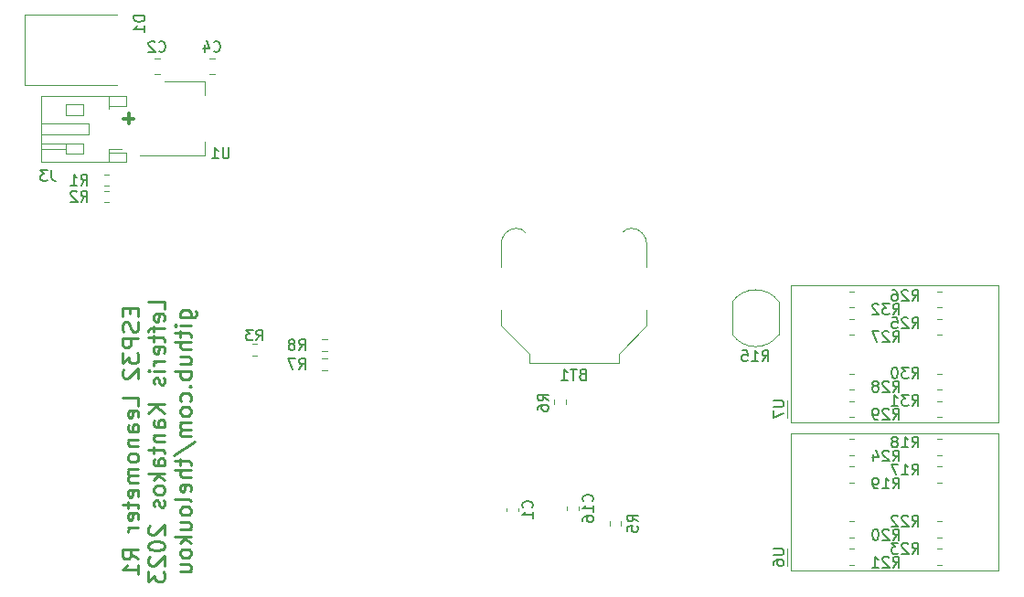
<source format=gbr>
%TF.GenerationSoftware,KiCad,Pcbnew,7.0.1*%
%TF.CreationDate,2023-04-28T21:22:04+03:00*%
%TF.ProjectId,leanometer_esp32,6c65616e-6f6d-4657-9465-725f65737033,R1*%
%TF.SameCoordinates,Original*%
%TF.FileFunction,Legend,Bot*%
%TF.FilePolarity,Positive*%
%FSLAX46Y46*%
G04 Gerber Fmt 4.6, Leading zero omitted, Abs format (unit mm)*
G04 Created by KiCad (PCBNEW 7.0.1) date 2023-04-28 21:22:04*
%MOMM*%
%LPD*%
G01*
G04 APERTURE LIST*
%ADD10C,0.300000*%
%ADD11C,0.250000*%
%ADD12C,0.150000*%
%ADD13C,0.120000*%
G04 APERTURE END LIST*
D10*
X110794857Y-71853000D02*
X111709143Y-71853000D01*
X111252000Y-72310142D02*
X111252000Y-71395857D01*
D11*
X111397214Y-89441286D02*
X111397214Y-89941286D01*
X112182928Y-90155572D02*
X112182928Y-89441286D01*
X112182928Y-89441286D02*
X110682928Y-89441286D01*
X110682928Y-89441286D02*
X110682928Y-90155572D01*
X112111500Y-90727001D02*
X112182928Y-90941287D01*
X112182928Y-90941287D02*
X112182928Y-91298429D01*
X112182928Y-91298429D02*
X112111500Y-91441287D01*
X112111500Y-91441287D02*
X112040071Y-91512715D01*
X112040071Y-91512715D02*
X111897214Y-91584144D01*
X111897214Y-91584144D02*
X111754357Y-91584144D01*
X111754357Y-91584144D02*
X111611500Y-91512715D01*
X111611500Y-91512715D02*
X111540071Y-91441287D01*
X111540071Y-91441287D02*
X111468642Y-91298429D01*
X111468642Y-91298429D02*
X111397214Y-91012715D01*
X111397214Y-91012715D02*
X111325785Y-90869858D01*
X111325785Y-90869858D02*
X111254357Y-90798429D01*
X111254357Y-90798429D02*
X111111500Y-90727001D01*
X111111500Y-90727001D02*
X110968642Y-90727001D01*
X110968642Y-90727001D02*
X110825785Y-90798429D01*
X110825785Y-90798429D02*
X110754357Y-90869858D01*
X110754357Y-90869858D02*
X110682928Y-91012715D01*
X110682928Y-91012715D02*
X110682928Y-91369858D01*
X110682928Y-91369858D02*
X110754357Y-91584144D01*
X112182928Y-92227000D02*
X110682928Y-92227000D01*
X110682928Y-92227000D02*
X110682928Y-92798429D01*
X110682928Y-92798429D02*
X110754357Y-92941286D01*
X110754357Y-92941286D02*
X110825785Y-93012715D01*
X110825785Y-93012715D02*
X110968642Y-93084143D01*
X110968642Y-93084143D02*
X111182928Y-93084143D01*
X111182928Y-93084143D02*
X111325785Y-93012715D01*
X111325785Y-93012715D02*
X111397214Y-92941286D01*
X111397214Y-92941286D02*
X111468642Y-92798429D01*
X111468642Y-92798429D02*
X111468642Y-92227000D01*
X110682928Y-93584143D02*
X110682928Y-94512715D01*
X110682928Y-94512715D02*
X111254357Y-94012715D01*
X111254357Y-94012715D02*
X111254357Y-94227000D01*
X111254357Y-94227000D02*
X111325785Y-94369858D01*
X111325785Y-94369858D02*
X111397214Y-94441286D01*
X111397214Y-94441286D02*
X111540071Y-94512715D01*
X111540071Y-94512715D02*
X111897214Y-94512715D01*
X111897214Y-94512715D02*
X112040071Y-94441286D01*
X112040071Y-94441286D02*
X112111500Y-94369858D01*
X112111500Y-94369858D02*
X112182928Y-94227000D01*
X112182928Y-94227000D02*
X112182928Y-93798429D01*
X112182928Y-93798429D02*
X112111500Y-93655572D01*
X112111500Y-93655572D02*
X112040071Y-93584143D01*
X110825785Y-95084143D02*
X110754357Y-95155571D01*
X110754357Y-95155571D02*
X110682928Y-95298429D01*
X110682928Y-95298429D02*
X110682928Y-95655571D01*
X110682928Y-95655571D02*
X110754357Y-95798429D01*
X110754357Y-95798429D02*
X110825785Y-95869857D01*
X110825785Y-95869857D02*
X110968642Y-95941286D01*
X110968642Y-95941286D02*
X111111500Y-95941286D01*
X111111500Y-95941286D02*
X111325785Y-95869857D01*
X111325785Y-95869857D02*
X112182928Y-95012714D01*
X112182928Y-95012714D02*
X112182928Y-95941286D01*
X112182928Y-98441285D02*
X112182928Y-97726999D01*
X112182928Y-97726999D02*
X110682928Y-97726999D01*
X112111500Y-99512714D02*
X112182928Y-99369857D01*
X112182928Y-99369857D02*
X112182928Y-99084143D01*
X112182928Y-99084143D02*
X112111500Y-98941285D01*
X112111500Y-98941285D02*
X111968642Y-98869857D01*
X111968642Y-98869857D02*
X111397214Y-98869857D01*
X111397214Y-98869857D02*
X111254357Y-98941285D01*
X111254357Y-98941285D02*
X111182928Y-99084143D01*
X111182928Y-99084143D02*
X111182928Y-99369857D01*
X111182928Y-99369857D02*
X111254357Y-99512714D01*
X111254357Y-99512714D02*
X111397214Y-99584143D01*
X111397214Y-99584143D02*
X111540071Y-99584143D01*
X111540071Y-99584143D02*
X111682928Y-98869857D01*
X112182928Y-100869857D02*
X111397214Y-100869857D01*
X111397214Y-100869857D02*
X111254357Y-100798428D01*
X111254357Y-100798428D02*
X111182928Y-100655571D01*
X111182928Y-100655571D02*
X111182928Y-100369857D01*
X111182928Y-100369857D02*
X111254357Y-100226999D01*
X112111500Y-100869857D02*
X112182928Y-100726999D01*
X112182928Y-100726999D02*
X112182928Y-100369857D01*
X112182928Y-100369857D02*
X112111500Y-100226999D01*
X112111500Y-100226999D02*
X111968642Y-100155571D01*
X111968642Y-100155571D02*
X111825785Y-100155571D01*
X111825785Y-100155571D02*
X111682928Y-100226999D01*
X111682928Y-100226999D02*
X111611500Y-100369857D01*
X111611500Y-100369857D02*
X111611500Y-100726999D01*
X111611500Y-100726999D02*
X111540071Y-100869857D01*
X111182928Y-101584142D02*
X112182928Y-101584142D01*
X111325785Y-101584142D02*
X111254357Y-101655571D01*
X111254357Y-101655571D02*
X111182928Y-101798428D01*
X111182928Y-101798428D02*
X111182928Y-102012714D01*
X111182928Y-102012714D02*
X111254357Y-102155571D01*
X111254357Y-102155571D02*
X111397214Y-102227000D01*
X111397214Y-102227000D02*
X112182928Y-102227000D01*
X112182928Y-103155571D02*
X112111500Y-103012714D01*
X112111500Y-103012714D02*
X112040071Y-102941285D01*
X112040071Y-102941285D02*
X111897214Y-102869857D01*
X111897214Y-102869857D02*
X111468642Y-102869857D01*
X111468642Y-102869857D02*
X111325785Y-102941285D01*
X111325785Y-102941285D02*
X111254357Y-103012714D01*
X111254357Y-103012714D02*
X111182928Y-103155571D01*
X111182928Y-103155571D02*
X111182928Y-103369857D01*
X111182928Y-103369857D02*
X111254357Y-103512714D01*
X111254357Y-103512714D02*
X111325785Y-103584143D01*
X111325785Y-103584143D02*
X111468642Y-103655571D01*
X111468642Y-103655571D02*
X111897214Y-103655571D01*
X111897214Y-103655571D02*
X112040071Y-103584143D01*
X112040071Y-103584143D02*
X112111500Y-103512714D01*
X112111500Y-103512714D02*
X112182928Y-103369857D01*
X112182928Y-103369857D02*
X112182928Y-103155571D01*
X112182928Y-104298428D02*
X111182928Y-104298428D01*
X111325785Y-104298428D02*
X111254357Y-104369857D01*
X111254357Y-104369857D02*
X111182928Y-104512714D01*
X111182928Y-104512714D02*
X111182928Y-104727000D01*
X111182928Y-104727000D02*
X111254357Y-104869857D01*
X111254357Y-104869857D02*
X111397214Y-104941286D01*
X111397214Y-104941286D02*
X112182928Y-104941286D01*
X111397214Y-104941286D02*
X111254357Y-105012714D01*
X111254357Y-105012714D02*
X111182928Y-105155571D01*
X111182928Y-105155571D02*
X111182928Y-105369857D01*
X111182928Y-105369857D02*
X111254357Y-105512714D01*
X111254357Y-105512714D02*
X111397214Y-105584143D01*
X111397214Y-105584143D02*
X112182928Y-105584143D01*
X112111500Y-106869857D02*
X112182928Y-106727000D01*
X112182928Y-106727000D02*
X112182928Y-106441286D01*
X112182928Y-106441286D02*
X112111500Y-106298428D01*
X112111500Y-106298428D02*
X111968642Y-106227000D01*
X111968642Y-106227000D02*
X111397214Y-106227000D01*
X111397214Y-106227000D02*
X111254357Y-106298428D01*
X111254357Y-106298428D02*
X111182928Y-106441286D01*
X111182928Y-106441286D02*
X111182928Y-106727000D01*
X111182928Y-106727000D02*
X111254357Y-106869857D01*
X111254357Y-106869857D02*
X111397214Y-106941286D01*
X111397214Y-106941286D02*
X111540071Y-106941286D01*
X111540071Y-106941286D02*
X111682928Y-106227000D01*
X111182928Y-107369857D02*
X111182928Y-107941285D01*
X110682928Y-107584142D02*
X111968642Y-107584142D01*
X111968642Y-107584142D02*
X112111500Y-107655571D01*
X112111500Y-107655571D02*
X112182928Y-107798428D01*
X112182928Y-107798428D02*
X112182928Y-107941285D01*
X112111500Y-109012714D02*
X112182928Y-108869857D01*
X112182928Y-108869857D02*
X112182928Y-108584143D01*
X112182928Y-108584143D02*
X112111500Y-108441285D01*
X112111500Y-108441285D02*
X111968642Y-108369857D01*
X111968642Y-108369857D02*
X111397214Y-108369857D01*
X111397214Y-108369857D02*
X111254357Y-108441285D01*
X111254357Y-108441285D02*
X111182928Y-108584143D01*
X111182928Y-108584143D02*
X111182928Y-108869857D01*
X111182928Y-108869857D02*
X111254357Y-109012714D01*
X111254357Y-109012714D02*
X111397214Y-109084143D01*
X111397214Y-109084143D02*
X111540071Y-109084143D01*
X111540071Y-109084143D02*
X111682928Y-108369857D01*
X112182928Y-109726999D02*
X111182928Y-109726999D01*
X111468642Y-109726999D02*
X111325785Y-109798428D01*
X111325785Y-109798428D02*
X111254357Y-109869857D01*
X111254357Y-109869857D02*
X111182928Y-110012714D01*
X111182928Y-110012714D02*
X111182928Y-110155571D01*
X112182928Y-112655570D02*
X111468642Y-112155570D01*
X112182928Y-111798427D02*
X110682928Y-111798427D01*
X110682928Y-111798427D02*
X110682928Y-112369856D01*
X110682928Y-112369856D02*
X110754357Y-112512713D01*
X110754357Y-112512713D02*
X110825785Y-112584142D01*
X110825785Y-112584142D02*
X110968642Y-112655570D01*
X110968642Y-112655570D02*
X111182928Y-112655570D01*
X111182928Y-112655570D02*
X111325785Y-112584142D01*
X111325785Y-112584142D02*
X111397214Y-112512713D01*
X111397214Y-112512713D02*
X111468642Y-112369856D01*
X111468642Y-112369856D02*
X111468642Y-111798427D01*
X112182928Y-114084142D02*
X112182928Y-113226999D01*
X112182928Y-113655570D02*
X110682928Y-113655570D01*
X110682928Y-113655570D02*
X110897214Y-113512713D01*
X110897214Y-113512713D02*
X111040071Y-113369856D01*
X111040071Y-113369856D02*
X111111500Y-113226999D01*
X114612928Y-89512714D02*
X114612928Y-88798428D01*
X114612928Y-88798428D02*
X113112928Y-88798428D01*
X114541500Y-90584143D02*
X114612928Y-90441286D01*
X114612928Y-90441286D02*
X114612928Y-90155572D01*
X114612928Y-90155572D02*
X114541500Y-90012714D01*
X114541500Y-90012714D02*
X114398642Y-89941286D01*
X114398642Y-89941286D02*
X113827214Y-89941286D01*
X113827214Y-89941286D02*
X113684357Y-90012714D01*
X113684357Y-90012714D02*
X113612928Y-90155572D01*
X113612928Y-90155572D02*
X113612928Y-90441286D01*
X113612928Y-90441286D02*
X113684357Y-90584143D01*
X113684357Y-90584143D02*
X113827214Y-90655572D01*
X113827214Y-90655572D02*
X113970071Y-90655572D01*
X113970071Y-90655572D02*
X114112928Y-89941286D01*
X113612928Y-91084143D02*
X113612928Y-91655571D01*
X114612928Y-91298428D02*
X113327214Y-91298428D01*
X113327214Y-91298428D02*
X113184357Y-91369857D01*
X113184357Y-91369857D02*
X113112928Y-91512714D01*
X113112928Y-91512714D02*
X113112928Y-91655571D01*
X113612928Y-91941286D02*
X113612928Y-92512714D01*
X113112928Y-92155571D02*
X114398642Y-92155571D01*
X114398642Y-92155571D02*
X114541500Y-92227000D01*
X114541500Y-92227000D02*
X114612928Y-92369857D01*
X114612928Y-92369857D02*
X114612928Y-92512714D01*
X114541500Y-93584143D02*
X114612928Y-93441286D01*
X114612928Y-93441286D02*
X114612928Y-93155572D01*
X114612928Y-93155572D02*
X114541500Y-93012714D01*
X114541500Y-93012714D02*
X114398642Y-92941286D01*
X114398642Y-92941286D02*
X113827214Y-92941286D01*
X113827214Y-92941286D02*
X113684357Y-93012714D01*
X113684357Y-93012714D02*
X113612928Y-93155572D01*
X113612928Y-93155572D02*
X113612928Y-93441286D01*
X113612928Y-93441286D02*
X113684357Y-93584143D01*
X113684357Y-93584143D02*
X113827214Y-93655572D01*
X113827214Y-93655572D02*
X113970071Y-93655572D01*
X113970071Y-93655572D02*
X114112928Y-92941286D01*
X114612928Y-94298428D02*
X113612928Y-94298428D01*
X113898642Y-94298428D02*
X113755785Y-94369857D01*
X113755785Y-94369857D02*
X113684357Y-94441286D01*
X113684357Y-94441286D02*
X113612928Y-94584143D01*
X113612928Y-94584143D02*
X113612928Y-94727000D01*
X114612928Y-95226999D02*
X113612928Y-95226999D01*
X113112928Y-95226999D02*
X113184357Y-95155571D01*
X113184357Y-95155571D02*
X113255785Y-95226999D01*
X113255785Y-95226999D02*
X113184357Y-95298428D01*
X113184357Y-95298428D02*
X113112928Y-95226999D01*
X113112928Y-95226999D02*
X113255785Y-95226999D01*
X114541500Y-95869857D02*
X114612928Y-96012714D01*
X114612928Y-96012714D02*
X114612928Y-96298428D01*
X114612928Y-96298428D02*
X114541500Y-96441285D01*
X114541500Y-96441285D02*
X114398642Y-96512714D01*
X114398642Y-96512714D02*
X114327214Y-96512714D01*
X114327214Y-96512714D02*
X114184357Y-96441285D01*
X114184357Y-96441285D02*
X114112928Y-96298428D01*
X114112928Y-96298428D02*
X114112928Y-96084143D01*
X114112928Y-96084143D02*
X114041500Y-95941285D01*
X114041500Y-95941285D02*
X113898642Y-95869857D01*
X113898642Y-95869857D02*
X113827214Y-95869857D01*
X113827214Y-95869857D02*
X113684357Y-95941285D01*
X113684357Y-95941285D02*
X113612928Y-96084143D01*
X113612928Y-96084143D02*
X113612928Y-96298428D01*
X113612928Y-96298428D02*
X113684357Y-96441285D01*
X114612928Y-98298428D02*
X113112928Y-98298428D01*
X114612928Y-99155571D02*
X113755785Y-98512714D01*
X113112928Y-99155571D02*
X113970071Y-98298428D01*
X114612928Y-100441286D02*
X113827214Y-100441286D01*
X113827214Y-100441286D02*
X113684357Y-100369857D01*
X113684357Y-100369857D02*
X113612928Y-100227000D01*
X113612928Y-100227000D02*
X113612928Y-99941286D01*
X113612928Y-99941286D02*
X113684357Y-99798428D01*
X114541500Y-100441286D02*
X114612928Y-100298428D01*
X114612928Y-100298428D02*
X114612928Y-99941286D01*
X114612928Y-99941286D02*
X114541500Y-99798428D01*
X114541500Y-99798428D02*
X114398642Y-99727000D01*
X114398642Y-99727000D02*
X114255785Y-99727000D01*
X114255785Y-99727000D02*
X114112928Y-99798428D01*
X114112928Y-99798428D02*
X114041500Y-99941286D01*
X114041500Y-99941286D02*
X114041500Y-100298428D01*
X114041500Y-100298428D02*
X113970071Y-100441286D01*
X113612928Y-101155571D02*
X114612928Y-101155571D01*
X113755785Y-101155571D02*
X113684357Y-101227000D01*
X113684357Y-101227000D02*
X113612928Y-101369857D01*
X113612928Y-101369857D02*
X113612928Y-101584143D01*
X113612928Y-101584143D02*
X113684357Y-101727000D01*
X113684357Y-101727000D02*
X113827214Y-101798429D01*
X113827214Y-101798429D02*
X114612928Y-101798429D01*
X113612928Y-102298429D02*
X113612928Y-102869857D01*
X113112928Y-102512714D02*
X114398642Y-102512714D01*
X114398642Y-102512714D02*
X114541500Y-102584143D01*
X114541500Y-102584143D02*
X114612928Y-102727000D01*
X114612928Y-102727000D02*
X114612928Y-102869857D01*
X114612928Y-104012715D02*
X113827214Y-104012715D01*
X113827214Y-104012715D02*
X113684357Y-103941286D01*
X113684357Y-103941286D02*
X113612928Y-103798429D01*
X113612928Y-103798429D02*
X113612928Y-103512715D01*
X113612928Y-103512715D02*
X113684357Y-103369857D01*
X114541500Y-104012715D02*
X114612928Y-103869857D01*
X114612928Y-103869857D02*
X114612928Y-103512715D01*
X114612928Y-103512715D02*
X114541500Y-103369857D01*
X114541500Y-103369857D02*
X114398642Y-103298429D01*
X114398642Y-103298429D02*
X114255785Y-103298429D01*
X114255785Y-103298429D02*
X114112928Y-103369857D01*
X114112928Y-103369857D02*
X114041500Y-103512715D01*
X114041500Y-103512715D02*
X114041500Y-103869857D01*
X114041500Y-103869857D02*
X113970071Y-104012715D01*
X114612928Y-104727000D02*
X113112928Y-104727000D01*
X114041500Y-104869858D02*
X114612928Y-105298429D01*
X113612928Y-105298429D02*
X114184357Y-104727000D01*
X114612928Y-106155572D02*
X114541500Y-106012715D01*
X114541500Y-106012715D02*
X114470071Y-105941286D01*
X114470071Y-105941286D02*
X114327214Y-105869858D01*
X114327214Y-105869858D02*
X113898642Y-105869858D01*
X113898642Y-105869858D02*
X113755785Y-105941286D01*
X113755785Y-105941286D02*
X113684357Y-106012715D01*
X113684357Y-106012715D02*
X113612928Y-106155572D01*
X113612928Y-106155572D02*
X113612928Y-106369858D01*
X113612928Y-106369858D02*
X113684357Y-106512715D01*
X113684357Y-106512715D02*
X113755785Y-106584144D01*
X113755785Y-106584144D02*
X113898642Y-106655572D01*
X113898642Y-106655572D02*
X114327214Y-106655572D01*
X114327214Y-106655572D02*
X114470071Y-106584144D01*
X114470071Y-106584144D02*
X114541500Y-106512715D01*
X114541500Y-106512715D02*
X114612928Y-106369858D01*
X114612928Y-106369858D02*
X114612928Y-106155572D01*
X114541500Y-107227001D02*
X114612928Y-107369858D01*
X114612928Y-107369858D02*
X114612928Y-107655572D01*
X114612928Y-107655572D02*
X114541500Y-107798429D01*
X114541500Y-107798429D02*
X114398642Y-107869858D01*
X114398642Y-107869858D02*
X114327214Y-107869858D01*
X114327214Y-107869858D02*
X114184357Y-107798429D01*
X114184357Y-107798429D02*
X114112928Y-107655572D01*
X114112928Y-107655572D02*
X114112928Y-107441287D01*
X114112928Y-107441287D02*
X114041500Y-107298429D01*
X114041500Y-107298429D02*
X113898642Y-107227001D01*
X113898642Y-107227001D02*
X113827214Y-107227001D01*
X113827214Y-107227001D02*
X113684357Y-107298429D01*
X113684357Y-107298429D02*
X113612928Y-107441287D01*
X113612928Y-107441287D02*
X113612928Y-107655572D01*
X113612928Y-107655572D02*
X113684357Y-107798429D01*
X113255785Y-109584144D02*
X113184357Y-109655572D01*
X113184357Y-109655572D02*
X113112928Y-109798430D01*
X113112928Y-109798430D02*
X113112928Y-110155572D01*
X113112928Y-110155572D02*
X113184357Y-110298430D01*
X113184357Y-110298430D02*
X113255785Y-110369858D01*
X113255785Y-110369858D02*
X113398642Y-110441287D01*
X113398642Y-110441287D02*
X113541500Y-110441287D01*
X113541500Y-110441287D02*
X113755785Y-110369858D01*
X113755785Y-110369858D02*
X114612928Y-109512715D01*
X114612928Y-109512715D02*
X114612928Y-110441287D01*
X113112928Y-111369858D02*
X113112928Y-111512715D01*
X113112928Y-111512715D02*
X113184357Y-111655572D01*
X113184357Y-111655572D02*
X113255785Y-111727001D01*
X113255785Y-111727001D02*
X113398642Y-111798429D01*
X113398642Y-111798429D02*
X113684357Y-111869858D01*
X113684357Y-111869858D02*
X114041500Y-111869858D01*
X114041500Y-111869858D02*
X114327214Y-111798429D01*
X114327214Y-111798429D02*
X114470071Y-111727001D01*
X114470071Y-111727001D02*
X114541500Y-111655572D01*
X114541500Y-111655572D02*
X114612928Y-111512715D01*
X114612928Y-111512715D02*
X114612928Y-111369858D01*
X114612928Y-111369858D02*
X114541500Y-111227001D01*
X114541500Y-111227001D02*
X114470071Y-111155572D01*
X114470071Y-111155572D02*
X114327214Y-111084143D01*
X114327214Y-111084143D02*
X114041500Y-111012715D01*
X114041500Y-111012715D02*
X113684357Y-111012715D01*
X113684357Y-111012715D02*
X113398642Y-111084143D01*
X113398642Y-111084143D02*
X113255785Y-111155572D01*
X113255785Y-111155572D02*
X113184357Y-111227001D01*
X113184357Y-111227001D02*
X113112928Y-111369858D01*
X113255785Y-112441286D02*
X113184357Y-112512714D01*
X113184357Y-112512714D02*
X113112928Y-112655572D01*
X113112928Y-112655572D02*
X113112928Y-113012714D01*
X113112928Y-113012714D02*
X113184357Y-113155572D01*
X113184357Y-113155572D02*
X113255785Y-113227000D01*
X113255785Y-113227000D02*
X113398642Y-113298429D01*
X113398642Y-113298429D02*
X113541500Y-113298429D01*
X113541500Y-113298429D02*
X113755785Y-113227000D01*
X113755785Y-113227000D02*
X114612928Y-112369857D01*
X114612928Y-112369857D02*
X114612928Y-113298429D01*
X113112928Y-113798428D02*
X113112928Y-114727000D01*
X113112928Y-114727000D02*
X113684357Y-114227000D01*
X113684357Y-114227000D02*
X113684357Y-114441285D01*
X113684357Y-114441285D02*
X113755785Y-114584143D01*
X113755785Y-114584143D02*
X113827214Y-114655571D01*
X113827214Y-114655571D02*
X113970071Y-114727000D01*
X113970071Y-114727000D02*
X114327214Y-114727000D01*
X114327214Y-114727000D02*
X114470071Y-114655571D01*
X114470071Y-114655571D02*
X114541500Y-114584143D01*
X114541500Y-114584143D02*
X114612928Y-114441285D01*
X114612928Y-114441285D02*
X114612928Y-114012714D01*
X114612928Y-114012714D02*
X114541500Y-113869857D01*
X114541500Y-113869857D02*
X114470071Y-113798428D01*
X116042928Y-90298428D02*
X117257214Y-90298428D01*
X117257214Y-90298428D02*
X117400071Y-90226999D01*
X117400071Y-90226999D02*
X117471500Y-90155570D01*
X117471500Y-90155570D02*
X117542928Y-90012713D01*
X117542928Y-90012713D02*
X117542928Y-89798428D01*
X117542928Y-89798428D02*
X117471500Y-89655570D01*
X116971500Y-90298428D02*
X117042928Y-90155570D01*
X117042928Y-90155570D02*
X117042928Y-89869856D01*
X117042928Y-89869856D02*
X116971500Y-89726999D01*
X116971500Y-89726999D02*
X116900071Y-89655570D01*
X116900071Y-89655570D02*
X116757214Y-89584142D01*
X116757214Y-89584142D02*
X116328642Y-89584142D01*
X116328642Y-89584142D02*
X116185785Y-89655570D01*
X116185785Y-89655570D02*
X116114357Y-89726999D01*
X116114357Y-89726999D02*
X116042928Y-89869856D01*
X116042928Y-89869856D02*
X116042928Y-90155570D01*
X116042928Y-90155570D02*
X116114357Y-90298428D01*
X117042928Y-91012713D02*
X116042928Y-91012713D01*
X115542928Y-91012713D02*
X115614357Y-90941285D01*
X115614357Y-90941285D02*
X115685785Y-91012713D01*
X115685785Y-91012713D02*
X115614357Y-91084142D01*
X115614357Y-91084142D02*
X115542928Y-91012713D01*
X115542928Y-91012713D02*
X115685785Y-91012713D01*
X116042928Y-91512714D02*
X116042928Y-92084142D01*
X115542928Y-91726999D02*
X116828642Y-91726999D01*
X116828642Y-91726999D02*
X116971500Y-91798428D01*
X116971500Y-91798428D02*
X117042928Y-91941285D01*
X117042928Y-91941285D02*
X117042928Y-92084142D01*
X117042928Y-92584142D02*
X115542928Y-92584142D01*
X117042928Y-93227000D02*
X116257214Y-93227000D01*
X116257214Y-93227000D02*
X116114357Y-93155571D01*
X116114357Y-93155571D02*
X116042928Y-93012714D01*
X116042928Y-93012714D02*
X116042928Y-92798428D01*
X116042928Y-92798428D02*
X116114357Y-92655571D01*
X116114357Y-92655571D02*
X116185785Y-92584142D01*
X116042928Y-94584143D02*
X117042928Y-94584143D01*
X116042928Y-93941285D02*
X116828642Y-93941285D01*
X116828642Y-93941285D02*
X116971500Y-94012714D01*
X116971500Y-94012714D02*
X117042928Y-94155571D01*
X117042928Y-94155571D02*
X117042928Y-94369857D01*
X117042928Y-94369857D02*
X116971500Y-94512714D01*
X116971500Y-94512714D02*
X116900071Y-94584143D01*
X117042928Y-95298428D02*
X115542928Y-95298428D01*
X116114357Y-95298428D02*
X116042928Y-95441286D01*
X116042928Y-95441286D02*
X116042928Y-95727000D01*
X116042928Y-95727000D02*
X116114357Y-95869857D01*
X116114357Y-95869857D02*
X116185785Y-95941286D01*
X116185785Y-95941286D02*
X116328642Y-96012714D01*
X116328642Y-96012714D02*
X116757214Y-96012714D01*
X116757214Y-96012714D02*
X116900071Y-95941286D01*
X116900071Y-95941286D02*
X116971500Y-95869857D01*
X116971500Y-95869857D02*
X117042928Y-95727000D01*
X117042928Y-95727000D02*
X117042928Y-95441286D01*
X117042928Y-95441286D02*
X116971500Y-95298428D01*
X116900071Y-96655571D02*
X116971500Y-96727000D01*
X116971500Y-96727000D02*
X117042928Y-96655571D01*
X117042928Y-96655571D02*
X116971500Y-96584143D01*
X116971500Y-96584143D02*
X116900071Y-96655571D01*
X116900071Y-96655571D02*
X117042928Y-96655571D01*
X116971500Y-98012715D02*
X117042928Y-97869857D01*
X117042928Y-97869857D02*
X117042928Y-97584143D01*
X117042928Y-97584143D02*
X116971500Y-97441286D01*
X116971500Y-97441286D02*
X116900071Y-97369857D01*
X116900071Y-97369857D02*
X116757214Y-97298429D01*
X116757214Y-97298429D02*
X116328642Y-97298429D01*
X116328642Y-97298429D02*
X116185785Y-97369857D01*
X116185785Y-97369857D02*
X116114357Y-97441286D01*
X116114357Y-97441286D02*
X116042928Y-97584143D01*
X116042928Y-97584143D02*
X116042928Y-97869857D01*
X116042928Y-97869857D02*
X116114357Y-98012715D01*
X117042928Y-98869857D02*
X116971500Y-98727000D01*
X116971500Y-98727000D02*
X116900071Y-98655571D01*
X116900071Y-98655571D02*
X116757214Y-98584143D01*
X116757214Y-98584143D02*
X116328642Y-98584143D01*
X116328642Y-98584143D02*
X116185785Y-98655571D01*
X116185785Y-98655571D02*
X116114357Y-98727000D01*
X116114357Y-98727000D02*
X116042928Y-98869857D01*
X116042928Y-98869857D02*
X116042928Y-99084143D01*
X116042928Y-99084143D02*
X116114357Y-99227000D01*
X116114357Y-99227000D02*
X116185785Y-99298429D01*
X116185785Y-99298429D02*
X116328642Y-99369857D01*
X116328642Y-99369857D02*
X116757214Y-99369857D01*
X116757214Y-99369857D02*
X116900071Y-99298429D01*
X116900071Y-99298429D02*
X116971500Y-99227000D01*
X116971500Y-99227000D02*
X117042928Y-99084143D01*
X117042928Y-99084143D02*
X117042928Y-98869857D01*
X117042928Y-100012714D02*
X116042928Y-100012714D01*
X116185785Y-100012714D02*
X116114357Y-100084143D01*
X116114357Y-100084143D02*
X116042928Y-100227000D01*
X116042928Y-100227000D02*
X116042928Y-100441286D01*
X116042928Y-100441286D02*
X116114357Y-100584143D01*
X116114357Y-100584143D02*
X116257214Y-100655572D01*
X116257214Y-100655572D02*
X117042928Y-100655572D01*
X116257214Y-100655572D02*
X116114357Y-100727000D01*
X116114357Y-100727000D02*
X116042928Y-100869857D01*
X116042928Y-100869857D02*
X116042928Y-101084143D01*
X116042928Y-101084143D02*
X116114357Y-101227000D01*
X116114357Y-101227000D02*
X116257214Y-101298429D01*
X116257214Y-101298429D02*
X117042928Y-101298429D01*
X115471500Y-103084143D02*
X117400071Y-101798429D01*
X116042928Y-103369858D02*
X116042928Y-103941286D01*
X115542928Y-103584143D02*
X116828642Y-103584143D01*
X116828642Y-103584143D02*
X116971500Y-103655572D01*
X116971500Y-103655572D02*
X117042928Y-103798429D01*
X117042928Y-103798429D02*
X117042928Y-103941286D01*
X117042928Y-104441286D02*
X115542928Y-104441286D01*
X117042928Y-105084144D02*
X116257214Y-105084144D01*
X116257214Y-105084144D02*
X116114357Y-105012715D01*
X116114357Y-105012715D02*
X116042928Y-104869858D01*
X116042928Y-104869858D02*
X116042928Y-104655572D01*
X116042928Y-104655572D02*
X116114357Y-104512715D01*
X116114357Y-104512715D02*
X116185785Y-104441286D01*
X116971500Y-106369858D02*
X117042928Y-106227001D01*
X117042928Y-106227001D02*
X117042928Y-105941287D01*
X117042928Y-105941287D02*
X116971500Y-105798429D01*
X116971500Y-105798429D02*
X116828642Y-105727001D01*
X116828642Y-105727001D02*
X116257214Y-105727001D01*
X116257214Y-105727001D02*
X116114357Y-105798429D01*
X116114357Y-105798429D02*
X116042928Y-105941287D01*
X116042928Y-105941287D02*
X116042928Y-106227001D01*
X116042928Y-106227001D02*
X116114357Y-106369858D01*
X116114357Y-106369858D02*
X116257214Y-106441287D01*
X116257214Y-106441287D02*
X116400071Y-106441287D01*
X116400071Y-106441287D02*
X116542928Y-105727001D01*
X117042928Y-107298429D02*
X116971500Y-107155572D01*
X116971500Y-107155572D02*
X116828642Y-107084143D01*
X116828642Y-107084143D02*
X115542928Y-107084143D01*
X117042928Y-108084143D02*
X116971500Y-107941286D01*
X116971500Y-107941286D02*
X116900071Y-107869857D01*
X116900071Y-107869857D02*
X116757214Y-107798429D01*
X116757214Y-107798429D02*
X116328642Y-107798429D01*
X116328642Y-107798429D02*
X116185785Y-107869857D01*
X116185785Y-107869857D02*
X116114357Y-107941286D01*
X116114357Y-107941286D02*
X116042928Y-108084143D01*
X116042928Y-108084143D02*
X116042928Y-108298429D01*
X116042928Y-108298429D02*
X116114357Y-108441286D01*
X116114357Y-108441286D02*
X116185785Y-108512715D01*
X116185785Y-108512715D02*
X116328642Y-108584143D01*
X116328642Y-108584143D02*
X116757214Y-108584143D01*
X116757214Y-108584143D02*
X116900071Y-108512715D01*
X116900071Y-108512715D02*
X116971500Y-108441286D01*
X116971500Y-108441286D02*
X117042928Y-108298429D01*
X117042928Y-108298429D02*
X117042928Y-108084143D01*
X116042928Y-109869858D02*
X117042928Y-109869858D01*
X116042928Y-109227000D02*
X116828642Y-109227000D01*
X116828642Y-109227000D02*
X116971500Y-109298429D01*
X116971500Y-109298429D02*
X117042928Y-109441286D01*
X117042928Y-109441286D02*
X117042928Y-109655572D01*
X117042928Y-109655572D02*
X116971500Y-109798429D01*
X116971500Y-109798429D02*
X116900071Y-109869858D01*
X117042928Y-110584143D02*
X115542928Y-110584143D01*
X116471500Y-110727001D02*
X117042928Y-111155572D01*
X116042928Y-111155572D02*
X116614357Y-110584143D01*
X117042928Y-112012715D02*
X116971500Y-111869858D01*
X116971500Y-111869858D02*
X116900071Y-111798429D01*
X116900071Y-111798429D02*
X116757214Y-111727001D01*
X116757214Y-111727001D02*
X116328642Y-111727001D01*
X116328642Y-111727001D02*
X116185785Y-111798429D01*
X116185785Y-111798429D02*
X116114357Y-111869858D01*
X116114357Y-111869858D02*
X116042928Y-112012715D01*
X116042928Y-112012715D02*
X116042928Y-112227001D01*
X116042928Y-112227001D02*
X116114357Y-112369858D01*
X116114357Y-112369858D02*
X116185785Y-112441287D01*
X116185785Y-112441287D02*
X116328642Y-112512715D01*
X116328642Y-112512715D02*
X116757214Y-112512715D01*
X116757214Y-112512715D02*
X116900071Y-112441287D01*
X116900071Y-112441287D02*
X116971500Y-112369858D01*
X116971500Y-112369858D02*
X117042928Y-112227001D01*
X117042928Y-112227001D02*
X117042928Y-112012715D01*
X116042928Y-113798430D02*
X117042928Y-113798430D01*
X116042928Y-113155572D02*
X116828642Y-113155572D01*
X116828642Y-113155572D02*
X116971500Y-113227001D01*
X116971500Y-113227001D02*
X117042928Y-113369858D01*
X117042928Y-113369858D02*
X117042928Y-113584144D01*
X117042928Y-113584144D02*
X116971500Y-113727001D01*
X116971500Y-113727001D02*
X116900071Y-113798430D01*
D12*
%TO.C,R7*%
X127039666Y-95077619D02*
X127372999Y-94601428D01*
X127611094Y-95077619D02*
X127611094Y-94077619D01*
X127611094Y-94077619D02*
X127230142Y-94077619D01*
X127230142Y-94077619D02*
X127134904Y-94125238D01*
X127134904Y-94125238D02*
X127087285Y-94172857D01*
X127087285Y-94172857D02*
X127039666Y-94268095D01*
X127039666Y-94268095D02*
X127039666Y-94410952D01*
X127039666Y-94410952D02*
X127087285Y-94506190D01*
X127087285Y-94506190D02*
X127134904Y-94553809D01*
X127134904Y-94553809D02*
X127230142Y-94601428D01*
X127230142Y-94601428D02*
X127611094Y-94601428D01*
X126706332Y-94077619D02*
X126039666Y-94077619D01*
X126039666Y-94077619D02*
X126468237Y-95077619D01*
%TO.C,R5*%
X158450619Y-109180333D02*
X157974428Y-108847000D01*
X158450619Y-108608905D02*
X157450619Y-108608905D01*
X157450619Y-108608905D02*
X157450619Y-108989857D01*
X157450619Y-108989857D02*
X157498238Y-109085095D01*
X157498238Y-109085095D02*
X157545857Y-109132714D01*
X157545857Y-109132714D02*
X157641095Y-109180333D01*
X157641095Y-109180333D02*
X157783952Y-109180333D01*
X157783952Y-109180333D02*
X157879190Y-109132714D01*
X157879190Y-109132714D02*
X157926809Y-109085095D01*
X157926809Y-109085095D02*
X157974428Y-108989857D01*
X157974428Y-108989857D02*
X157974428Y-108608905D01*
X157450619Y-110085095D02*
X157450619Y-109608905D01*
X157450619Y-109608905D02*
X157926809Y-109561286D01*
X157926809Y-109561286D02*
X157879190Y-109608905D01*
X157879190Y-109608905D02*
X157831571Y-109704143D01*
X157831571Y-109704143D02*
X157831571Y-109942238D01*
X157831571Y-109942238D02*
X157879190Y-110037476D01*
X157879190Y-110037476D02*
X157926809Y-110085095D01*
X157926809Y-110085095D02*
X158022047Y-110132714D01*
X158022047Y-110132714D02*
X158260142Y-110132714D01*
X158260142Y-110132714D02*
X158355380Y-110085095D01*
X158355380Y-110085095D02*
X158403000Y-110037476D01*
X158403000Y-110037476D02*
X158450619Y-109942238D01*
X158450619Y-109942238D02*
X158450619Y-109704143D01*
X158450619Y-109704143D02*
X158403000Y-109608905D01*
X158403000Y-109608905D02*
X158355380Y-109561286D01*
%TO.C,R22*%
X183816357Y-109622619D02*
X184149690Y-109146428D01*
X184387785Y-109622619D02*
X184387785Y-108622619D01*
X184387785Y-108622619D02*
X184006833Y-108622619D01*
X184006833Y-108622619D02*
X183911595Y-108670238D01*
X183911595Y-108670238D02*
X183863976Y-108717857D01*
X183863976Y-108717857D02*
X183816357Y-108813095D01*
X183816357Y-108813095D02*
X183816357Y-108955952D01*
X183816357Y-108955952D02*
X183863976Y-109051190D01*
X183863976Y-109051190D02*
X183911595Y-109098809D01*
X183911595Y-109098809D02*
X184006833Y-109146428D01*
X184006833Y-109146428D02*
X184387785Y-109146428D01*
X183435404Y-108717857D02*
X183387785Y-108670238D01*
X183387785Y-108670238D02*
X183292547Y-108622619D01*
X183292547Y-108622619D02*
X183054452Y-108622619D01*
X183054452Y-108622619D02*
X182959214Y-108670238D01*
X182959214Y-108670238D02*
X182911595Y-108717857D01*
X182911595Y-108717857D02*
X182863976Y-108813095D01*
X182863976Y-108813095D02*
X182863976Y-108908333D01*
X182863976Y-108908333D02*
X182911595Y-109051190D01*
X182911595Y-109051190D02*
X183483023Y-109622619D01*
X183483023Y-109622619D02*
X182863976Y-109622619D01*
X182483023Y-108717857D02*
X182435404Y-108670238D01*
X182435404Y-108670238D02*
X182340166Y-108622619D01*
X182340166Y-108622619D02*
X182102071Y-108622619D01*
X182102071Y-108622619D02*
X182006833Y-108670238D01*
X182006833Y-108670238D02*
X181959214Y-108717857D01*
X181959214Y-108717857D02*
X181911595Y-108813095D01*
X181911595Y-108813095D02*
X181911595Y-108908333D01*
X181911595Y-108908333D02*
X181959214Y-109051190D01*
X181959214Y-109051190D02*
X182530642Y-109622619D01*
X182530642Y-109622619D02*
X181911595Y-109622619D01*
%TO.C,BT1*%
X153285714Y-95543809D02*
X153142857Y-95591428D01*
X153142857Y-95591428D02*
X153095238Y-95639047D01*
X153095238Y-95639047D02*
X153047619Y-95734285D01*
X153047619Y-95734285D02*
X153047619Y-95877142D01*
X153047619Y-95877142D02*
X153095238Y-95972380D01*
X153095238Y-95972380D02*
X153142857Y-96020000D01*
X153142857Y-96020000D02*
X153238095Y-96067619D01*
X153238095Y-96067619D02*
X153619047Y-96067619D01*
X153619047Y-96067619D02*
X153619047Y-95067619D01*
X153619047Y-95067619D02*
X153285714Y-95067619D01*
X153285714Y-95067619D02*
X153190476Y-95115238D01*
X153190476Y-95115238D02*
X153142857Y-95162857D01*
X153142857Y-95162857D02*
X153095238Y-95258095D01*
X153095238Y-95258095D02*
X153095238Y-95353333D01*
X153095238Y-95353333D02*
X153142857Y-95448571D01*
X153142857Y-95448571D02*
X153190476Y-95496190D01*
X153190476Y-95496190D02*
X153285714Y-95543809D01*
X153285714Y-95543809D02*
X153619047Y-95543809D01*
X152761904Y-95067619D02*
X152190476Y-95067619D01*
X152476190Y-96067619D02*
X152476190Y-95067619D01*
X151333333Y-96067619D02*
X151904761Y-96067619D01*
X151619047Y-96067619D02*
X151619047Y-95067619D01*
X151619047Y-95067619D02*
X151714285Y-95210476D01*
X151714285Y-95210476D02*
X151809523Y-95305714D01*
X151809523Y-95305714D02*
X151904761Y-95353333D01*
%TO.C,R3*%
X123102666Y-92410619D02*
X123435999Y-91934428D01*
X123674094Y-92410619D02*
X123674094Y-91410619D01*
X123674094Y-91410619D02*
X123293142Y-91410619D01*
X123293142Y-91410619D02*
X123197904Y-91458238D01*
X123197904Y-91458238D02*
X123150285Y-91505857D01*
X123150285Y-91505857D02*
X123102666Y-91601095D01*
X123102666Y-91601095D02*
X123102666Y-91743952D01*
X123102666Y-91743952D02*
X123150285Y-91839190D01*
X123150285Y-91839190D02*
X123197904Y-91886809D01*
X123197904Y-91886809D02*
X123293142Y-91934428D01*
X123293142Y-91934428D02*
X123674094Y-91934428D01*
X122769332Y-91410619D02*
X122150285Y-91410619D01*
X122150285Y-91410619D02*
X122483618Y-91791571D01*
X122483618Y-91791571D02*
X122340761Y-91791571D01*
X122340761Y-91791571D02*
X122245523Y-91839190D01*
X122245523Y-91839190D02*
X122197904Y-91886809D01*
X122197904Y-91886809D02*
X122150285Y-91982047D01*
X122150285Y-91982047D02*
X122150285Y-92220142D01*
X122150285Y-92220142D02*
X122197904Y-92315380D01*
X122197904Y-92315380D02*
X122245523Y-92363000D01*
X122245523Y-92363000D02*
X122340761Y-92410619D01*
X122340761Y-92410619D02*
X122626475Y-92410619D01*
X122626475Y-92410619D02*
X122721713Y-92363000D01*
X122721713Y-92363000D02*
X122769332Y-92315380D01*
%TO.C,U1*%
X120550904Y-74542619D02*
X120550904Y-75352142D01*
X120550904Y-75352142D02*
X120503285Y-75447380D01*
X120503285Y-75447380D02*
X120455666Y-75495000D01*
X120455666Y-75495000D02*
X120360428Y-75542619D01*
X120360428Y-75542619D02*
X120169952Y-75542619D01*
X120169952Y-75542619D02*
X120074714Y-75495000D01*
X120074714Y-75495000D02*
X120027095Y-75447380D01*
X120027095Y-75447380D02*
X119979476Y-75352142D01*
X119979476Y-75352142D02*
X119979476Y-74542619D01*
X118979476Y-75542619D02*
X119550904Y-75542619D01*
X119265190Y-75542619D02*
X119265190Y-74542619D01*
X119265190Y-74542619D02*
X119360428Y-74685476D01*
X119360428Y-74685476D02*
X119455666Y-74780714D01*
X119455666Y-74780714D02*
X119550904Y-74828333D01*
%TO.C,C1*%
X148609380Y-107910333D02*
X148657000Y-107862714D01*
X148657000Y-107862714D02*
X148704619Y-107719857D01*
X148704619Y-107719857D02*
X148704619Y-107624619D01*
X148704619Y-107624619D02*
X148657000Y-107481762D01*
X148657000Y-107481762D02*
X148561761Y-107386524D01*
X148561761Y-107386524D02*
X148466523Y-107338905D01*
X148466523Y-107338905D02*
X148276047Y-107291286D01*
X148276047Y-107291286D02*
X148133190Y-107291286D01*
X148133190Y-107291286D02*
X147942714Y-107338905D01*
X147942714Y-107338905D02*
X147847476Y-107386524D01*
X147847476Y-107386524D02*
X147752238Y-107481762D01*
X147752238Y-107481762D02*
X147704619Y-107624619D01*
X147704619Y-107624619D02*
X147704619Y-107719857D01*
X147704619Y-107719857D02*
X147752238Y-107862714D01*
X147752238Y-107862714D02*
X147799857Y-107910333D01*
X148704619Y-108862714D02*
X148704619Y-108291286D01*
X148704619Y-108577000D02*
X147704619Y-108577000D01*
X147704619Y-108577000D02*
X147847476Y-108481762D01*
X147847476Y-108481762D02*
X147942714Y-108386524D01*
X147942714Y-108386524D02*
X147990333Y-108291286D01*
%TO.C,R19*%
X182038357Y-106126619D02*
X182371690Y-105650428D01*
X182609785Y-106126619D02*
X182609785Y-105126619D01*
X182609785Y-105126619D02*
X182228833Y-105126619D01*
X182228833Y-105126619D02*
X182133595Y-105174238D01*
X182133595Y-105174238D02*
X182085976Y-105221857D01*
X182085976Y-105221857D02*
X182038357Y-105317095D01*
X182038357Y-105317095D02*
X182038357Y-105459952D01*
X182038357Y-105459952D02*
X182085976Y-105555190D01*
X182085976Y-105555190D02*
X182133595Y-105602809D01*
X182133595Y-105602809D02*
X182228833Y-105650428D01*
X182228833Y-105650428D02*
X182609785Y-105650428D01*
X181085976Y-106126619D02*
X181657404Y-106126619D01*
X181371690Y-106126619D02*
X181371690Y-105126619D01*
X181371690Y-105126619D02*
X181466928Y-105269476D01*
X181466928Y-105269476D02*
X181562166Y-105364714D01*
X181562166Y-105364714D02*
X181657404Y-105412333D01*
X180609785Y-106126619D02*
X180419309Y-106126619D01*
X180419309Y-106126619D02*
X180324071Y-106079000D01*
X180324071Y-106079000D02*
X180276452Y-106031380D01*
X180276452Y-106031380D02*
X180181214Y-105888523D01*
X180181214Y-105888523D02*
X180133595Y-105698047D01*
X180133595Y-105698047D02*
X180133595Y-105317095D01*
X180133595Y-105317095D02*
X180181214Y-105221857D01*
X180181214Y-105221857D02*
X180228833Y-105174238D01*
X180228833Y-105174238D02*
X180324071Y-105126619D01*
X180324071Y-105126619D02*
X180514547Y-105126619D01*
X180514547Y-105126619D02*
X180609785Y-105174238D01*
X180609785Y-105174238D02*
X180657404Y-105221857D01*
X180657404Y-105221857D02*
X180705023Y-105317095D01*
X180705023Y-105317095D02*
X180705023Y-105555190D01*
X180705023Y-105555190D02*
X180657404Y-105650428D01*
X180657404Y-105650428D02*
X180609785Y-105698047D01*
X180609785Y-105698047D02*
X180514547Y-105745666D01*
X180514547Y-105745666D02*
X180324071Y-105745666D01*
X180324071Y-105745666D02*
X180228833Y-105698047D01*
X180228833Y-105698047D02*
X180181214Y-105650428D01*
X180181214Y-105650428D02*
X180133595Y-105555190D01*
%TO.C,R26*%
X183816357Y-88727619D02*
X184149690Y-88251428D01*
X184387785Y-88727619D02*
X184387785Y-87727619D01*
X184387785Y-87727619D02*
X184006833Y-87727619D01*
X184006833Y-87727619D02*
X183911595Y-87775238D01*
X183911595Y-87775238D02*
X183863976Y-87822857D01*
X183863976Y-87822857D02*
X183816357Y-87918095D01*
X183816357Y-87918095D02*
X183816357Y-88060952D01*
X183816357Y-88060952D02*
X183863976Y-88156190D01*
X183863976Y-88156190D02*
X183911595Y-88203809D01*
X183911595Y-88203809D02*
X184006833Y-88251428D01*
X184006833Y-88251428D02*
X184387785Y-88251428D01*
X183435404Y-87822857D02*
X183387785Y-87775238D01*
X183387785Y-87775238D02*
X183292547Y-87727619D01*
X183292547Y-87727619D02*
X183054452Y-87727619D01*
X183054452Y-87727619D02*
X182959214Y-87775238D01*
X182959214Y-87775238D02*
X182911595Y-87822857D01*
X182911595Y-87822857D02*
X182863976Y-87918095D01*
X182863976Y-87918095D02*
X182863976Y-88013333D01*
X182863976Y-88013333D02*
X182911595Y-88156190D01*
X182911595Y-88156190D02*
X183483023Y-88727619D01*
X183483023Y-88727619D02*
X182863976Y-88727619D01*
X182006833Y-87727619D02*
X182197309Y-87727619D01*
X182197309Y-87727619D02*
X182292547Y-87775238D01*
X182292547Y-87775238D02*
X182340166Y-87822857D01*
X182340166Y-87822857D02*
X182435404Y-87965714D01*
X182435404Y-87965714D02*
X182483023Y-88156190D01*
X182483023Y-88156190D02*
X182483023Y-88537142D01*
X182483023Y-88537142D02*
X182435404Y-88632380D01*
X182435404Y-88632380D02*
X182387785Y-88680000D01*
X182387785Y-88680000D02*
X182292547Y-88727619D01*
X182292547Y-88727619D02*
X182102071Y-88727619D01*
X182102071Y-88727619D02*
X182006833Y-88680000D01*
X182006833Y-88680000D02*
X181959214Y-88632380D01*
X181959214Y-88632380D02*
X181911595Y-88537142D01*
X181911595Y-88537142D02*
X181911595Y-88299047D01*
X181911595Y-88299047D02*
X181959214Y-88203809D01*
X181959214Y-88203809D02*
X182006833Y-88156190D01*
X182006833Y-88156190D02*
X182102071Y-88108571D01*
X182102071Y-88108571D02*
X182292547Y-88108571D01*
X182292547Y-88108571D02*
X182387785Y-88156190D01*
X182387785Y-88156190D02*
X182435404Y-88203809D01*
X182435404Y-88203809D02*
X182483023Y-88299047D01*
%TO.C,D1*%
X112751619Y-62341905D02*
X111751619Y-62341905D01*
X111751619Y-62341905D02*
X111751619Y-62580000D01*
X111751619Y-62580000D02*
X111799238Y-62722857D01*
X111799238Y-62722857D02*
X111894476Y-62818095D01*
X111894476Y-62818095D02*
X111989714Y-62865714D01*
X111989714Y-62865714D02*
X112180190Y-62913333D01*
X112180190Y-62913333D02*
X112323047Y-62913333D01*
X112323047Y-62913333D02*
X112513523Y-62865714D01*
X112513523Y-62865714D02*
X112608761Y-62818095D01*
X112608761Y-62818095D02*
X112704000Y-62722857D01*
X112704000Y-62722857D02*
X112751619Y-62580000D01*
X112751619Y-62580000D02*
X112751619Y-62341905D01*
X112751619Y-63865714D02*
X112751619Y-63294286D01*
X112751619Y-63580000D02*
X111751619Y-63580000D01*
X111751619Y-63580000D02*
X111894476Y-63484762D01*
X111894476Y-63484762D02*
X111989714Y-63389524D01*
X111989714Y-63389524D02*
X112037333Y-63294286D01*
%TO.C,R31*%
X183816357Y-98446619D02*
X184149690Y-97970428D01*
X184387785Y-98446619D02*
X184387785Y-97446619D01*
X184387785Y-97446619D02*
X184006833Y-97446619D01*
X184006833Y-97446619D02*
X183911595Y-97494238D01*
X183911595Y-97494238D02*
X183863976Y-97541857D01*
X183863976Y-97541857D02*
X183816357Y-97637095D01*
X183816357Y-97637095D02*
X183816357Y-97779952D01*
X183816357Y-97779952D02*
X183863976Y-97875190D01*
X183863976Y-97875190D02*
X183911595Y-97922809D01*
X183911595Y-97922809D02*
X184006833Y-97970428D01*
X184006833Y-97970428D02*
X184387785Y-97970428D01*
X183483023Y-97446619D02*
X182863976Y-97446619D01*
X182863976Y-97446619D02*
X183197309Y-97827571D01*
X183197309Y-97827571D02*
X183054452Y-97827571D01*
X183054452Y-97827571D02*
X182959214Y-97875190D01*
X182959214Y-97875190D02*
X182911595Y-97922809D01*
X182911595Y-97922809D02*
X182863976Y-98018047D01*
X182863976Y-98018047D02*
X182863976Y-98256142D01*
X182863976Y-98256142D02*
X182911595Y-98351380D01*
X182911595Y-98351380D02*
X182959214Y-98399000D01*
X182959214Y-98399000D02*
X183054452Y-98446619D01*
X183054452Y-98446619D02*
X183340166Y-98446619D01*
X183340166Y-98446619D02*
X183435404Y-98399000D01*
X183435404Y-98399000D02*
X183483023Y-98351380D01*
X181911595Y-98446619D02*
X182483023Y-98446619D01*
X182197309Y-98446619D02*
X182197309Y-97446619D01*
X182197309Y-97446619D02*
X182292547Y-97589476D01*
X182292547Y-97589476D02*
X182387785Y-97684714D01*
X182387785Y-97684714D02*
X182483023Y-97732333D01*
%TO.C,R8*%
X127039666Y-93299619D02*
X127372999Y-92823428D01*
X127611094Y-93299619D02*
X127611094Y-92299619D01*
X127611094Y-92299619D02*
X127230142Y-92299619D01*
X127230142Y-92299619D02*
X127134904Y-92347238D01*
X127134904Y-92347238D02*
X127087285Y-92394857D01*
X127087285Y-92394857D02*
X127039666Y-92490095D01*
X127039666Y-92490095D02*
X127039666Y-92632952D01*
X127039666Y-92632952D02*
X127087285Y-92728190D01*
X127087285Y-92728190D02*
X127134904Y-92775809D01*
X127134904Y-92775809D02*
X127230142Y-92823428D01*
X127230142Y-92823428D02*
X127611094Y-92823428D01*
X126468237Y-92728190D02*
X126563475Y-92680571D01*
X126563475Y-92680571D02*
X126611094Y-92632952D01*
X126611094Y-92632952D02*
X126658713Y-92537714D01*
X126658713Y-92537714D02*
X126658713Y-92490095D01*
X126658713Y-92490095D02*
X126611094Y-92394857D01*
X126611094Y-92394857D02*
X126563475Y-92347238D01*
X126563475Y-92347238D02*
X126468237Y-92299619D01*
X126468237Y-92299619D02*
X126277761Y-92299619D01*
X126277761Y-92299619D02*
X126182523Y-92347238D01*
X126182523Y-92347238D02*
X126134904Y-92394857D01*
X126134904Y-92394857D02*
X126087285Y-92490095D01*
X126087285Y-92490095D02*
X126087285Y-92537714D01*
X126087285Y-92537714D02*
X126134904Y-92632952D01*
X126134904Y-92632952D02*
X126182523Y-92680571D01*
X126182523Y-92680571D02*
X126277761Y-92728190D01*
X126277761Y-92728190D02*
X126468237Y-92728190D01*
X126468237Y-92728190D02*
X126563475Y-92775809D01*
X126563475Y-92775809D02*
X126611094Y-92823428D01*
X126611094Y-92823428D02*
X126658713Y-92918666D01*
X126658713Y-92918666D02*
X126658713Y-93109142D01*
X126658713Y-93109142D02*
X126611094Y-93204380D01*
X126611094Y-93204380D02*
X126563475Y-93252000D01*
X126563475Y-93252000D02*
X126468237Y-93299619D01*
X126468237Y-93299619D02*
X126277761Y-93299619D01*
X126277761Y-93299619D02*
X126182523Y-93252000D01*
X126182523Y-93252000D02*
X126134904Y-93204380D01*
X126134904Y-93204380D02*
X126087285Y-93109142D01*
X126087285Y-93109142D02*
X126087285Y-92918666D01*
X126087285Y-92918666D02*
X126134904Y-92823428D01*
X126134904Y-92823428D02*
X126182523Y-92775809D01*
X126182523Y-92775809D02*
X126277761Y-92728190D01*
%TO.C,C4*%
X119145666Y-65593380D02*
X119193285Y-65641000D01*
X119193285Y-65641000D02*
X119336142Y-65688619D01*
X119336142Y-65688619D02*
X119431380Y-65688619D01*
X119431380Y-65688619D02*
X119574237Y-65641000D01*
X119574237Y-65641000D02*
X119669475Y-65545761D01*
X119669475Y-65545761D02*
X119717094Y-65450523D01*
X119717094Y-65450523D02*
X119764713Y-65260047D01*
X119764713Y-65260047D02*
X119764713Y-65117190D01*
X119764713Y-65117190D02*
X119717094Y-64926714D01*
X119717094Y-64926714D02*
X119669475Y-64831476D01*
X119669475Y-64831476D02*
X119574237Y-64736238D01*
X119574237Y-64736238D02*
X119431380Y-64688619D01*
X119431380Y-64688619D02*
X119336142Y-64688619D01*
X119336142Y-64688619D02*
X119193285Y-64736238D01*
X119193285Y-64736238D02*
X119145666Y-64783857D01*
X118288523Y-65021952D02*
X118288523Y-65688619D01*
X118526618Y-64641000D02*
X118764713Y-65355285D01*
X118764713Y-65355285D02*
X118145666Y-65355285D01*
%TO.C,R27*%
X182038357Y-92537619D02*
X182371690Y-92061428D01*
X182609785Y-92537619D02*
X182609785Y-91537619D01*
X182609785Y-91537619D02*
X182228833Y-91537619D01*
X182228833Y-91537619D02*
X182133595Y-91585238D01*
X182133595Y-91585238D02*
X182085976Y-91632857D01*
X182085976Y-91632857D02*
X182038357Y-91728095D01*
X182038357Y-91728095D02*
X182038357Y-91870952D01*
X182038357Y-91870952D02*
X182085976Y-91966190D01*
X182085976Y-91966190D02*
X182133595Y-92013809D01*
X182133595Y-92013809D02*
X182228833Y-92061428D01*
X182228833Y-92061428D02*
X182609785Y-92061428D01*
X181657404Y-91632857D02*
X181609785Y-91585238D01*
X181609785Y-91585238D02*
X181514547Y-91537619D01*
X181514547Y-91537619D02*
X181276452Y-91537619D01*
X181276452Y-91537619D02*
X181181214Y-91585238D01*
X181181214Y-91585238D02*
X181133595Y-91632857D01*
X181133595Y-91632857D02*
X181085976Y-91728095D01*
X181085976Y-91728095D02*
X181085976Y-91823333D01*
X181085976Y-91823333D02*
X181133595Y-91966190D01*
X181133595Y-91966190D02*
X181705023Y-92537619D01*
X181705023Y-92537619D02*
X181085976Y-92537619D01*
X180752642Y-91537619D02*
X180085976Y-91537619D01*
X180085976Y-91537619D02*
X180514547Y-92537619D01*
%TO.C,U6*%
X170952119Y-111700095D02*
X171761642Y-111700095D01*
X171761642Y-111700095D02*
X171856880Y-111747714D01*
X171856880Y-111747714D02*
X171904500Y-111795333D01*
X171904500Y-111795333D02*
X171952119Y-111890571D01*
X171952119Y-111890571D02*
X171952119Y-112081047D01*
X171952119Y-112081047D02*
X171904500Y-112176285D01*
X171904500Y-112176285D02*
X171856880Y-112223904D01*
X171856880Y-112223904D02*
X171761642Y-112271523D01*
X171761642Y-112271523D02*
X170952119Y-112271523D01*
X170952119Y-113176285D02*
X170952119Y-112985809D01*
X170952119Y-112985809D02*
X170999738Y-112890571D01*
X170999738Y-112890571D02*
X171047357Y-112842952D01*
X171047357Y-112842952D02*
X171190214Y-112747714D01*
X171190214Y-112747714D02*
X171380690Y-112700095D01*
X171380690Y-112700095D02*
X171761642Y-112700095D01*
X171761642Y-112700095D02*
X171856880Y-112747714D01*
X171856880Y-112747714D02*
X171904500Y-112795333D01*
X171904500Y-112795333D02*
X171952119Y-112890571D01*
X171952119Y-112890571D02*
X171952119Y-113081047D01*
X171952119Y-113081047D02*
X171904500Y-113176285D01*
X171904500Y-113176285D02*
X171856880Y-113223904D01*
X171856880Y-113223904D02*
X171761642Y-113271523D01*
X171761642Y-113271523D02*
X171523547Y-113271523D01*
X171523547Y-113271523D02*
X171428309Y-113223904D01*
X171428309Y-113223904D02*
X171380690Y-113176285D01*
X171380690Y-113176285D02*
X171333071Y-113081047D01*
X171333071Y-113081047D02*
X171333071Y-112890571D01*
X171333071Y-112890571D02*
X171380690Y-112795333D01*
X171380690Y-112795333D02*
X171428309Y-112747714D01*
X171428309Y-112747714D02*
X171523547Y-112700095D01*
%TO.C,R25*%
X183816357Y-91267619D02*
X184149690Y-90791428D01*
X184387785Y-91267619D02*
X184387785Y-90267619D01*
X184387785Y-90267619D02*
X184006833Y-90267619D01*
X184006833Y-90267619D02*
X183911595Y-90315238D01*
X183911595Y-90315238D02*
X183863976Y-90362857D01*
X183863976Y-90362857D02*
X183816357Y-90458095D01*
X183816357Y-90458095D02*
X183816357Y-90600952D01*
X183816357Y-90600952D02*
X183863976Y-90696190D01*
X183863976Y-90696190D02*
X183911595Y-90743809D01*
X183911595Y-90743809D02*
X184006833Y-90791428D01*
X184006833Y-90791428D02*
X184387785Y-90791428D01*
X183435404Y-90362857D02*
X183387785Y-90315238D01*
X183387785Y-90315238D02*
X183292547Y-90267619D01*
X183292547Y-90267619D02*
X183054452Y-90267619D01*
X183054452Y-90267619D02*
X182959214Y-90315238D01*
X182959214Y-90315238D02*
X182911595Y-90362857D01*
X182911595Y-90362857D02*
X182863976Y-90458095D01*
X182863976Y-90458095D02*
X182863976Y-90553333D01*
X182863976Y-90553333D02*
X182911595Y-90696190D01*
X182911595Y-90696190D02*
X183483023Y-91267619D01*
X183483023Y-91267619D02*
X182863976Y-91267619D01*
X181959214Y-90267619D02*
X182435404Y-90267619D01*
X182435404Y-90267619D02*
X182483023Y-90743809D01*
X182483023Y-90743809D02*
X182435404Y-90696190D01*
X182435404Y-90696190D02*
X182340166Y-90648571D01*
X182340166Y-90648571D02*
X182102071Y-90648571D01*
X182102071Y-90648571D02*
X182006833Y-90696190D01*
X182006833Y-90696190D02*
X181959214Y-90743809D01*
X181959214Y-90743809D02*
X181911595Y-90839047D01*
X181911595Y-90839047D02*
X181911595Y-91077142D01*
X181911595Y-91077142D02*
X181959214Y-91172380D01*
X181959214Y-91172380D02*
X182006833Y-91220000D01*
X182006833Y-91220000D02*
X182102071Y-91267619D01*
X182102071Y-91267619D02*
X182340166Y-91267619D01*
X182340166Y-91267619D02*
X182435404Y-91220000D01*
X182435404Y-91220000D02*
X182483023Y-91172380D01*
%TO.C,R17*%
X183816357Y-104856619D02*
X184149690Y-104380428D01*
X184387785Y-104856619D02*
X184387785Y-103856619D01*
X184387785Y-103856619D02*
X184006833Y-103856619D01*
X184006833Y-103856619D02*
X183911595Y-103904238D01*
X183911595Y-103904238D02*
X183863976Y-103951857D01*
X183863976Y-103951857D02*
X183816357Y-104047095D01*
X183816357Y-104047095D02*
X183816357Y-104189952D01*
X183816357Y-104189952D02*
X183863976Y-104285190D01*
X183863976Y-104285190D02*
X183911595Y-104332809D01*
X183911595Y-104332809D02*
X184006833Y-104380428D01*
X184006833Y-104380428D02*
X184387785Y-104380428D01*
X182863976Y-104856619D02*
X183435404Y-104856619D01*
X183149690Y-104856619D02*
X183149690Y-103856619D01*
X183149690Y-103856619D02*
X183244928Y-103999476D01*
X183244928Y-103999476D02*
X183340166Y-104094714D01*
X183340166Y-104094714D02*
X183435404Y-104142333D01*
X182530642Y-103856619D02*
X181863976Y-103856619D01*
X181863976Y-103856619D02*
X182292547Y-104856619D01*
%TO.C,R20*%
X182038357Y-110892619D02*
X182371690Y-110416428D01*
X182609785Y-110892619D02*
X182609785Y-109892619D01*
X182609785Y-109892619D02*
X182228833Y-109892619D01*
X182228833Y-109892619D02*
X182133595Y-109940238D01*
X182133595Y-109940238D02*
X182085976Y-109987857D01*
X182085976Y-109987857D02*
X182038357Y-110083095D01*
X182038357Y-110083095D02*
X182038357Y-110225952D01*
X182038357Y-110225952D02*
X182085976Y-110321190D01*
X182085976Y-110321190D02*
X182133595Y-110368809D01*
X182133595Y-110368809D02*
X182228833Y-110416428D01*
X182228833Y-110416428D02*
X182609785Y-110416428D01*
X181657404Y-109987857D02*
X181609785Y-109940238D01*
X181609785Y-109940238D02*
X181514547Y-109892619D01*
X181514547Y-109892619D02*
X181276452Y-109892619D01*
X181276452Y-109892619D02*
X181181214Y-109940238D01*
X181181214Y-109940238D02*
X181133595Y-109987857D01*
X181133595Y-109987857D02*
X181085976Y-110083095D01*
X181085976Y-110083095D02*
X181085976Y-110178333D01*
X181085976Y-110178333D02*
X181133595Y-110321190D01*
X181133595Y-110321190D02*
X181705023Y-110892619D01*
X181705023Y-110892619D02*
X181085976Y-110892619D01*
X180466928Y-109892619D02*
X180371690Y-109892619D01*
X180371690Y-109892619D02*
X180276452Y-109940238D01*
X180276452Y-109940238D02*
X180228833Y-109987857D01*
X180228833Y-109987857D02*
X180181214Y-110083095D01*
X180181214Y-110083095D02*
X180133595Y-110273571D01*
X180133595Y-110273571D02*
X180133595Y-110511666D01*
X180133595Y-110511666D02*
X180181214Y-110702142D01*
X180181214Y-110702142D02*
X180228833Y-110797380D01*
X180228833Y-110797380D02*
X180276452Y-110845000D01*
X180276452Y-110845000D02*
X180371690Y-110892619D01*
X180371690Y-110892619D02*
X180466928Y-110892619D01*
X180466928Y-110892619D02*
X180562166Y-110845000D01*
X180562166Y-110845000D02*
X180609785Y-110797380D01*
X180609785Y-110797380D02*
X180657404Y-110702142D01*
X180657404Y-110702142D02*
X180705023Y-110511666D01*
X180705023Y-110511666D02*
X180705023Y-110273571D01*
X180705023Y-110273571D02*
X180657404Y-110083095D01*
X180657404Y-110083095D02*
X180609785Y-109987857D01*
X180609785Y-109987857D02*
X180562166Y-109940238D01*
X180562166Y-109940238D02*
X180466928Y-109892619D01*
%TO.C,R30*%
X183816357Y-95906619D02*
X184149690Y-95430428D01*
X184387785Y-95906619D02*
X184387785Y-94906619D01*
X184387785Y-94906619D02*
X184006833Y-94906619D01*
X184006833Y-94906619D02*
X183911595Y-94954238D01*
X183911595Y-94954238D02*
X183863976Y-95001857D01*
X183863976Y-95001857D02*
X183816357Y-95097095D01*
X183816357Y-95097095D02*
X183816357Y-95239952D01*
X183816357Y-95239952D02*
X183863976Y-95335190D01*
X183863976Y-95335190D02*
X183911595Y-95382809D01*
X183911595Y-95382809D02*
X184006833Y-95430428D01*
X184006833Y-95430428D02*
X184387785Y-95430428D01*
X183483023Y-94906619D02*
X182863976Y-94906619D01*
X182863976Y-94906619D02*
X183197309Y-95287571D01*
X183197309Y-95287571D02*
X183054452Y-95287571D01*
X183054452Y-95287571D02*
X182959214Y-95335190D01*
X182959214Y-95335190D02*
X182911595Y-95382809D01*
X182911595Y-95382809D02*
X182863976Y-95478047D01*
X182863976Y-95478047D02*
X182863976Y-95716142D01*
X182863976Y-95716142D02*
X182911595Y-95811380D01*
X182911595Y-95811380D02*
X182959214Y-95859000D01*
X182959214Y-95859000D02*
X183054452Y-95906619D01*
X183054452Y-95906619D02*
X183340166Y-95906619D01*
X183340166Y-95906619D02*
X183435404Y-95859000D01*
X183435404Y-95859000D02*
X183483023Y-95811380D01*
X182244928Y-94906619D02*
X182149690Y-94906619D01*
X182149690Y-94906619D02*
X182054452Y-94954238D01*
X182054452Y-94954238D02*
X182006833Y-95001857D01*
X182006833Y-95001857D02*
X181959214Y-95097095D01*
X181959214Y-95097095D02*
X181911595Y-95287571D01*
X181911595Y-95287571D02*
X181911595Y-95525666D01*
X181911595Y-95525666D02*
X181959214Y-95716142D01*
X181959214Y-95716142D02*
X182006833Y-95811380D01*
X182006833Y-95811380D02*
X182054452Y-95859000D01*
X182054452Y-95859000D02*
X182149690Y-95906619D01*
X182149690Y-95906619D02*
X182244928Y-95906619D01*
X182244928Y-95906619D02*
X182340166Y-95859000D01*
X182340166Y-95859000D02*
X182387785Y-95811380D01*
X182387785Y-95811380D02*
X182435404Y-95716142D01*
X182435404Y-95716142D02*
X182483023Y-95525666D01*
X182483023Y-95525666D02*
X182483023Y-95287571D01*
X182483023Y-95287571D02*
X182435404Y-95097095D01*
X182435404Y-95097095D02*
X182387785Y-95001857D01*
X182387785Y-95001857D02*
X182340166Y-94954238D01*
X182340166Y-94954238D02*
X182244928Y-94906619D01*
%TO.C,U7*%
X170952119Y-97984095D02*
X171761642Y-97984095D01*
X171761642Y-97984095D02*
X171856880Y-98031714D01*
X171856880Y-98031714D02*
X171904500Y-98079333D01*
X171904500Y-98079333D02*
X171952119Y-98174571D01*
X171952119Y-98174571D02*
X171952119Y-98365047D01*
X171952119Y-98365047D02*
X171904500Y-98460285D01*
X171904500Y-98460285D02*
X171856880Y-98507904D01*
X171856880Y-98507904D02*
X171761642Y-98555523D01*
X171761642Y-98555523D02*
X170952119Y-98555523D01*
X170952119Y-98936476D02*
X170952119Y-99603142D01*
X170952119Y-99603142D02*
X171952119Y-99174571D01*
%TO.C,R29*%
X182038357Y-99716619D02*
X182371690Y-99240428D01*
X182609785Y-99716619D02*
X182609785Y-98716619D01*
X182609785Y-98716619D02*
X182228833Y-98716619D01*
X182228833Y-98716619D02*
X182133595Y-98764238D01*
X182133595Y-98764238D02*
X182085976Y-98811857D01*
X182085976Y-98811857D02*
X182038357Y-98907095D01*
X182038357Y-98907095D02*
X182038357Y-99049952D01*
X182038357Y-99049952D02*
X182085976Y-99145190D01*
X182085976Y-99145190D02*
X182133595Y-99192809D01*
X182133595Y-99192809D02*
X182228833Y-99240428D01*
X182228833Y-99240428D02*
X182609785Y-99240428D01*
X181657404Y-98811857D02*
X181609785Y-98764238D01*
X181609785Y-98764238D02*
X181514547Y-98716619D01*
X181514547Y-98716619D02*
X181276452Y-98716619D01*
X181276452Y-98716619D02*
X181181214Y-98764238D01*
X181181214Y-98764238D02*
X181133595Y-98811857D01*
X181133595Y-98811857D02*
X181085976Y-98907095D01*
X181085976Y-98907095D02*
X181085976Y-99002333D01*
X181085976Y-99002333D02*
X181133595Y-99145190D01*
X181133595Y-99145190D02*
X181705023Y-99716619D01*
X181705023Y-99716619D02*
X181085976Y-99716619D01*
X180609785Y-99716619D02*
X180419309Y-99716619D01*
X180419309Y-99716619D02*
X180324071Y-99669000D01*
X180324071Y-99669000D02*
X180276452Y-99621380D01*
X180276452Y-99621380D02*
X180181214Y-99478523D01*
X180181214Y-99478523D02*
X180133595Y-99288047D01*
X180133595Y-99288047D02*
X180133595Y-98907095D01*
X180133595Y-98907095D02*
X180181214Y-98811857D01*
X180181214Y-98811857D02*
X180228833Y-98764238D01*
X180228833Y-98764238D02*
X180324071Y-98716619D01*
X180324071Y-98716619D02*
X180514547Y-98716619D01*
X180514547Y-98716619D02*
X180609785Y-98764238D01*
X180609785Y-98764238D02*
X180657404Y-98811857D01*
X180657404Y-98811857D02*
X180705023Y-98907095D01*
X180705023Y-98907095D02*
X180705023Y-99145190D01*
X180705023Y-99145190D02*
X180657404Y-99240428D01*
X180657404Y-99240428D02*
X180609785Y-99288047D01*
X180609785Y-99288047D02*
X180514547Y-99335666D01*
X180514547Y-99335666D02*
X180324071Y-99335666D01*
X180324071Y-99335666D02*
X180228833Y-99288047D01*
X180228833Y-99288047D02*
X180181214Y-99240428D01*
X180181214Y-99240428D02*
X180133595Y-99145190D01*
%TO.C,R15*%
X169933857Y-94315619D02*
X170267190Y-93839428D01*
X170505285Y-94315619D02*
X170505285Y-93315619D01*
X170505285Y-93315619D02*
X170124333Y-93315619D01*
X170124333Y-93315619D02*
X170029095Y-93363238D01*
X170029095Y-93363238D02*
X169981476Y-93410857D01*
X169981476Y-93410857D02*
X169933857Y-93506095D01*
X169933857Y-93506095D02*
X169933857Y-93648952D01*
X169933857Y-93648952D02*
X169981476Y-93744190D01*
X169981476Y-93744190D02*
X170029095Y-93791809D01*
X170029095Y-93791809D02*
X170124333Y-93839428D01*
X170124333Y-93839428D02*
X170505285Y-93839428D01*
X168981476Y-94315619D02*
X169552904Y-94315619D01*
X169267190Y-94315619D02*
X169267190Y-93315619D01*
X169267190Y-93315619D02*
X169362428Y-93458476D01*
X169362428Y-93458476D02*
X169457666Y-93553714D01*
X169457666Y-93553714D02*
X169552904Y-93601333D01*
X168076714Y-93315619D02*
X168552904Y-93315619D01*
X168552904Y-93315619D02*
X168600523Y-93791809D01*
X168600523Y-93791809D02*
X168552904Y-93744190D01*
X168552904Y-93744190D02*
X168457666Y-93696571D01*
X168457666Y-93696571D02*
X168219571Y-93696571D01*
X168219571Y-93696571D02*
X168124333Y-93744190D01*
X168124333Y-93744190D02*
X168076714Y-93791809D01*
X168076714Y-93791809D02*
X168029095Y-93887047D01*
X168029095Y-93887047D02*
X168029095Y-94125142D01*
X168029095Y-94125142D02*
X168076714Y-94220380D01*
X168076714Y-94220380D02*
X168124333Y-94268000D01*
X168124333Y-94268000D02*
X168219571Y-94315619D01*
X168219571Y-94315619D02*
X168457666Y-94315619D01*
X168457666Y-94315619D02*
X168552904Y-94268000D01*
X168552904Y-94268000D02*
X168600523Y-94220380D01*
%TO.C,R32*%
X182038357Y-89997619D02*
X182371690Y-89521428D01*
X182609785Y-89997619D02*
X182609785Y-88997619D01*
X182609785Y-88997619D02*
X182228833Y-88997619D01*
X182228833Y-88997619D02*
X182133595Y-89045238D01*
X182133595Y-89045238D02*
X182085976Y-89092857D01*
X182085976Y-89092857D02*
X182038357Y-89188095D01*
X182038357Y-89188095D02*
X182038357Y-89330952D01*
X182038357Y-89330952D02*
X182085976Y-89426190D01*
X182085976Y-89426190D02*
X182133595Y-89473809D01*
X182133595Y-89473809D02*
X182228833Y-89521428D01*
X182228833Y-89521428D02*
X182609785Y-89521428D01*
X181705023Y-88997619D02*
X181085976Y-88997619D01*
X181085976Y-88997619D02*
X181419309Y-89378571D01*
X181419309Y-89378571D02*
X181276452Y-89378571D01*
X181276452Y-89378571D02*
X181181214Y-89426190D01*
X181181214Y-89426190D02*
X181133595Y-89473809D01*
X181133595Y-89473809D02*
X181085976Y-89569047D01*
X181085976Y-89569047D02*
X181085976Y-89807142D01*
X181085976Y-89807142D02*
X181133595Y-89902380D01*
X181133595Y-89902380D02*
X181181214Y-89950000D01*
X181181214Y-89950000D02*
X181276452Y-89997619D01*
X181276452Y-89997619D02*
X181562166Y-89997619D01*
X181562166Y-89997619D02*
X181657404Y-89950000D01*
X181657404Y-89950000D02*
X181705023Y-89902380D01*
X180705023Y-89092857D02*
X180657404Y-89045238D01*
X180657404Y-89045238D02*
X180562166Y-88997619D01*
X180562166Y-88997619D02*
X180324071Y-88997619D01*
X180324071Y-88997619D02*
X180228833Y-89045238D01*
X180228833Y-89045238D02*
X180181214Y-89092857D01*
X180181214Y-89092857D02*
X180133595Y-89188095D01*
X180133595Y-89188095D02*
X180133595Y-89283333D01*
X180133595Y-89283333D02*
X180181214Y-89426190D01*
X180181214Y-89426190D02*
X180752642Y-89997619D01*
X180752642Y-89997619D02*
X180133595Y-89997619D01*
%TO.C,C2*%
X114065666Y-65593380D02*
X114113285Y-65641000D01*
X114113285Y-65641000D02*
X114256142Y-65688619D01*
X114256142Y-65688619D02*
X114351380Y-65688619D01*
X114351380Y-65688619D02*
X114494237Y-65641000D01*
X114494237Y-65641000D02*
X114589475Y-65545761D01*
X114589475Y-65545761D02*
X114637094Y-65450523D01*
X114637094Y-65450523D02*
X114684713Y-65260047D01*
X114684713Y-65260047D02*
X114684713Y-65117190D01*
X114684713Y-65117190D02*
X114637094Y-64926714D01*
X114637094Y-64926714D02*
X114589475Y-64831476D01*
X114589475Y-64831476D02*
X114494237Y-64736238D01*
X114494237Y-64736238D02*
X114351380Y-64688619D01*
X114351380Y-64688619D02*
X114256142Y-64688619D01*
X114256142Y-64688619D02*
X114113285Y-64736238D01*
X114113285Y-64736238D02*
X114065666Y-64783857D01*
X113684713Y-64783857D02*
X113637094Y-64736238D01*
X113637094Y-64736238D02*
X113541856Y-64688619D01*
X113541856Y-64688619D02*
X113303761Y-64688619D01*
X113303761Y-64688619D02*
X113208523Y-64736238D01*
X113208523Y-64736238D02*
X113160904Y-64783857D01*
X113160904Y-64783857D02*
X113113285Y-64879095D01*
X113113285Y-64879095D02*
X113113285Y-64974333D01*
X113113285Y-64974333D02*
X113160904Y-65117190D01*
X113160904Y-65117190D02*
X113732332Y-65688619D01*
X113732332Y-65688619D02*
X113113285Y-65688619D01*
%TO.C,R1*%
X106852066Y-78033019D02*
X107185399Y-77556828D01*
X107423494Y-78033019D02*
X107423494Y-77033019D01*
X107423494Y-77033019D02*
X107042542Y-77033019D01*
X107042542Y-77033019D02*
X106947304Y-77080638D01*
X106947304Y-77080638D02*
X106899685Y-77128257D01*
X106899685Y-77128257D02*
X106852066Y-77223495D01*
X106852066Y-77223495D02*
X106852066Y-77366352D01*
X106852066Y-77366352D02*
X106899685Y-77461590D01*
X106899685Y-77461590D02*
X106947304Y-77509209D01*
X106947304Y-77509209D02*
X107042542Y-77556828D01*
X107042542Y-77556828D02*
X107423494Y-77556828D01*
X105899685Y-78033019D02*
X106471113Y-78033019D01*
X106185399Y-78033019D02*
X106185399Y-77033019D01*
X106185399Y-77033019D02*
X106280637Y-77175876D01*
X106280637Y-77175876D02*
X106375875Y-77271114D01*
X106375875Y-77271114D02*
X106471113Y-77318733D01*
%TO.C,R21*%
X182038357Y-113432619D02*
X182371690Y-112956428D01*
X182609785Y-113432619D02*
X182609785Y-112432619D01*
X182609785Y-112432619D02*
X182228833Y-112432619D01*
X182228833Y-112432619D02*
X182133595Y-112480238D01*
X182133595Y-112480238D02*
X182085976Y-112527857D01*
X182085976Y-112527857D02*
X182038357Y-112623095D01*
X182038357Y-112623095D02*
X182038357Y-112765952D01*
X182038357Y-112765952D02*
X182085976Y-112861190D01*
X182085976Y-112861190D02*
X182133595Y-112908809D01*
X182133595Y-112908809D02*
X182228833Y-112956428D01*
X182228833Y-112956428D02*
X182609785Y-112956428D01*
X181657404Y-112527857D02*
X181609785Y-112480238D01*
X181609785Y-112480238D02*
X181514547Y-112432619D01*
X181514547Y-112432619D02*
X181276452Y-112432619D01*
X181276452Y-112432619D02*
X181181214Y-112480238D01*
X181181214Y-112480238D02*
X181133595Y-112527857D01*
X181133595Y-112527857D02*
X181085976Y-112623095D01*
X181085976Y-112623095D02*
X181085976Y-112718333D01*
X181085976Y-112718333D02*
X181133595Y-112861190D01*
X181133595Y-112861190D02*
X181705023Y-113432619D01*
X181705023Y-113432619D02*
X181085976Y-113432619D01*
X180133595Y-113432619D02*
X180705023Y-113432619D01*
X180419309Y-113432619D02*
X180419309Y-112432619D01*
X180419309Y-112432619D02*
X180514547Y-112575476D01*
X180514547Y-112575476D02*
X180609785Y-112670714D01*
X180609785Y-112670714D02*
X180705023Y-112718333D01*
%TO.C,R18*%
X183816357Y-102316619D02*
X184149690Y-101840428D01*
X184387785Y-102316619D02*
X184387785Y-101316619D01*
X184387785Y-101316619D02*
X184006833Y-101316619D01*
X184006833Y-101316619D02*
X183911595Y-101364238D01*
X183911595Y-101364238D02*
X183863976Y-101411857D01*
X183863976Y-101411857D02*
X183816357Y-101507095D01*
X183816357Y-101507095D02*
X183816357Y-101649952D01*
X183816357Y-101649952D02*
X183863976Y-101745190D01*
X183863976Y-101745190D02*
X183911595Y-101792809D01*
X183911595Y-101792809D02*
X184006833Y-101840428D01*
X184006833Y-101840428D02*
X184387785Y-101840428D01*
X182863976Y-102316619D02*
X183435404Y-102316619D01*
X183149690Y-102316619D02*
X183149690Y-101316619D01*
X183149690Y-101316619D02*
X183244928Y-101459476D01*
X183244928Y-101459476D02*
X183340166Y-101554714D01*
X183340166Y-101554714D02*
X183435404Y-101602333D01*
X182292547Y-101745190D02*
X182387785Y-101697571D01*
X182387785Y-101697571D02*
X182435404Y-101649952D01*
X182435404Y-101649952D02*
X182483023Y-101554714D01*
X182483023Y-101554714D02*
X182483023Y-101507095D01*
X182483023Y-101507095D02*
X182435404Y-101411857D01*
X182435404Y-101411857D02*
X182387785Y-101364238D01*
X182387785Y-101364238D02*
X182292547Y-101316619D01*
X182292547Y-101316619D02*
X182102071Y-101316619D01*
X182102071Y-101316619D02*
X182006833Y-101364238D01*
X182006833Y-101364238D02*
X181959214Y-101411857D01*
X181959214Y-101411857D02*
X181911595Y-101507095D01*
X181911595Y-101507095D02*
X181911595Y-101554714D01*
X181911595Y-101554714D02*
X181959214Y-101649952D01*
X181959214Y-101649952D02*
X182006833Y-101697571D01*
X182006833Y-101697571D02*
X182102071Y-101745190D01*
X182102071Y-101745190D02*
X182292547Y-101745190D01*
X182292547Y-101745190D02*
X182387785Y-101792809D01*
X182387785Y-101792809D02*
X182435404Y-101840428D01*
X182435404Y-101840428D02*
X182483023Y-101935666D01*
X182483023Y-101935666D02*
X182483023Y-102126142D01*
X182483023Y-102126142D02*
X182435404Y-102221380D01*
X182435404Y-102221380D02*
X182387785Y-102269000D01*
X182387785Y-102269000D02*
X182292547Y-102316619D01*
X182292547Y-102316619D02*
X182102071Y-102316619D01*
X182102071Y-102316619D02*
X182006833Y-102269000D01*
X182006833Y-102269000D02*
X181959214Y-102221380D01*
X181959214Y-102221380D02*
X181911595Y-102126142D01*
X181911595Y-102126142D02*
X181911595Y-101935666D01*
X181911595Y-101935666D02*
X181959214Y-101840428D01*
X181959214Y-101840428D02*
X182006833Y-101792809D01*
X182006833Y-101792809D02*
X182102071Y-101745190D01*
%TO.C,R6*%
X150138619Y-97996333D02*
X149662428Y-97663000D01*
X150138619Y-97424905D02*
X149138619Y-97424905D01*
X149138619Y-97424905D02*
X149138619Y-97805857D01*
X149138619Y-97805857D02*
X149186238Y-97901095D01*
X149186238Y-97901095D02*
X149233857Y-97948714D01*
X149233857Y-97948714D02*
X149329095Y-97996333D01*
X149329095Y-97996333D02*
X149471952Y-97996333D01*
X149471952Y-97996333D02*
X149567190Y-97948714D01*
X149567190Y-97948714D02*
X149614809Y-97901095D01*
X149614809Y-97901095D02*
X149662428Y-97805857D01*
X149662428Y-97805857D02*
X149662428Y-97424905D01*
X149138619Y-98853476D02*
X149138619Y-98663000D01*
X149138619Y-98663000D02*
X149186238Y-98567762D01*
X149186238Y-98567762D02*
X149233857Y-98520143D01*
X149233857Y-98520143D02*
X149376714Y-98424905D01*
X149376714Y-98424905D02*
X149567190Y-98377286D01*
X149567190Y-98377286D02*
X149948142Y-98377286D01*
X149948142Y-98377286D02*
X150043380Y-98424905D01*
X150043380Y-98424905D02*
X150091000Y-98472524D01*
X150091000Y-98472524D02*
X150138619Y-98567762D01*
X150138619Y-98567762D02*
X150138619Y-98758238D01*
X150138619Y-98758238D02*
X150091000Y-98853476D01*
X150091000Y-98853476D02*
X150043380Y-98901095D01*
X150043380Y-98901095D02*
X149948142Y-98948714D01*
X149948142Y-98948714D02*
X149710047Y-98948714D01*
X149710047Y-98948714D02*
X149614809Y-98901095D01*
X149614809Y-98901095D02*
X149567190Y-98853476D01*
X149567190Y-98853476D02*
X149519571Y-98758238D01*
X149519571Y-98758238D02*
X149519571Y-98567762D01*
X149519571Y-98567762D02*
X149567190Y-98472524D01*
X149567190Y-98472524D02*
X149614809Y-98424905D01*
X149614809Y-98424905D02*
X149710047Y-98377286D01*
%TO.C,R23*%
X183816357Y-112162619D02*
X184149690Y-111686428D01*
X184387785Y-112162619D02*
X184387785Y-111162619D01*
X184387785Y-111162619D02*
X184006833Y-111162619D01*
X184006833Y-111162619D02*
X183911595Y-111210238D01*
X183911595Y-111210238D02*
X183863976Y-111257857D01*
X183863976Y-111257857D02*
X183816357Y-111353095D01*
X183816357Y-111353095D02*
X183816357Y-111495952D01*
X183816357Y-111495952D02*
X183863976Y-111591190D01*
X183863976Y-111591190D02*
X183911595Y-111638809D01*
X183911595Y-111638809D02*
X184006833Y-111686428D01*
X184006833Y-111686428D02*
X184387785Y-111686428D01*
X183435404Y-111257857D02*
X183387785Y-111210238D01*
X183387785Y-111210238D02*
X183292547Y-111162619D01*
X183292547Y-111162619D02*
X183054452Y-111162619D01*
X183054452Y-111162619D02*
X182959214Y-111210238D01*
X182959214Y-111210238D02*
X182911595Y-111257857D01*
X182911595Y-111257857D02*
X182863976Y-111353095D01*
X182863976Y-111353095D02*
X182863976Y-111448333D01*
X182863976Y-111448333D02*
X182911595Y-111591190D01*
X182911595Y-111591190D02*
X183483023Y-112162619D01*
X183483023Y-112162619D02*
X182863976Y-112162619D01*
X182530642Y-111162619D02*
X181911595Y-111162619D01*
X181911595Y-111162619D02*
X182244928Y-111543571D01*
X182244928Y-111543571D02*
X182102071Y-111543571D01*
X182102071Y-111543571D02*
X182006833Y-111591190D01*
X182006833Y-111591190D02*
X181959214Y-111638809D01*
X181959214Y-111638809D02*
X181911595Y-111734047D01*
X181911595Y-111734047D02*
X181911595Y-111972142D01*
X181911595Y-111972142D02*
X181959214Y-112067380D01*
X181959214Y-112067380D02*
X182006833Y-112115000D01*
X182006833Y-112115000D02*
X182102071Y-112162619D01*
X182102071Y-112162619D02*
X182387785Y-112162619D01*
X182387785Y-112162619D02*
X182483023Y-112115000D01*
X182483023Y-112115000D02*
X182530642Y-112067380D01*
%TO.C,R28*%
X182038357Y-97176619D02*
X182371690Y-96700428D01*
X182609785Y-97176619D02*
X182609785Y-96176619D01*
X182609785Y-96176619D02*
X182228833Y-96176619D01*
X182228833Y-96176619D02*
X182133595Y-96224238D01*
X182133595Y-96224238D02*
X182085976Y-96271857D01*
X182085976Y-96271857D02*
X182038357Y-96367095D01*
X182038357Y-96367095D02*
X182038357Y-96509952D01*
X182038357Y-96509952D02*
X182085976Y-96605190D01*
X182085976Y-96605190D02*
X182133595Y-96652809D01*
X182133595Y-96652809D02*
X182228833Y-96700428D01*
X182228833Y-96700428D02*
X182609785Y-96700428D01*
X181657404Y-96271857D02*
X181609785Y-96224238D01*
X181609785Y-96224238D02*
X181514547Y-96176619D01*
X181514547Y-96176619D02*
X181276452Y-96176619D01*
X181276452Y-96176619D02*
X181181214Y-96224238D01*
X181181214Y-96224238D02*
X181133595Y-96271857D01*
X181133595Y-96271857D02*
X181085976Y-96367095D01*
X181085976Y-96367095D02*
X181085976Y-96462333D01*
X181085976Y-96462333D02*
X181133595Y-96605190D01*
X181133595Y-96605190D02*
X181705023Y-97176619D01*
X181705023Y-97176619D02*
X181085976Y-97176619D01*
X180514547Y-96605190D02*
X180609785Y-96557571D01*
X180609785Y-96557571D02*
X180657404Y-96509952D01*
X180657404Y-96509952D02*
X180705023Y-96414714D01*
X180705023Y-96414714D02*
X180705023Y-96367095D01*
X180705023Y-96367095D02*
X180657404Y-96271857D01*
X180657404Y-96271857D02*
X180609785Y-96224238D01*
X180609785Y-96224238D02*
X180514547Y-96176619D01*
X180514547Y-96176619D02*
X180324071Y-96176619D01*
X180324071Y-96176619D02*
X180228833Y-96224238D01*
X180228833Y-96224238D02*
X180181214Y-96271857D01*
X180181214Y-96271857D02*
X180133595Y-96367095D01*
X180133595Y-96367095D02*
X180133595Y-96414714D01*
X180133595Y-96414714D02*
X180181214Y-96509952D01*
X180181214Y-96509952D02*
X180228833Y-96557571D01*
X180228833Y-96557571D02*
X180324071Y-96605190D01*
X180324071Y-96605190D02*
X180514547Y-96605190D01*
X180514547Y-96605190D02*
X180609785Y-96652809D01*
X180609785Y-96652809D02*
X180657404Y-96700428D01*
X180657404Y-96700428D02*
X180705023Y-96795666D01*
X180705023Y-96795666D02*
X180705023Y-96986142D01*
X180705023Y-96986142D02*
X180657404Y-97081380D01*
X180657404Y-97081380D02*
X180609785Y-97129000D01*
X180609785Y-97129000D02*
X180514547Y-97176619D01*
X180514547Y-97176619D02*
X180324071Y-97176619D01*
X180324071Y-97176619D02*
X180228833Y-97129000D01*
X180228833Y-97129000D02*
X180181214Y-97081380D01*
X180181214Y-97081380D02*
X180133595Y-96986142D01*
X180133595Y-96986142D02*
X180133595Y-96795666D01*
X180133595Y-96795666D02*
X180181214Y-96700428D01*
X180181214Y-96700428D02*
X180228833Y-96652809D01*
X180228833Y-96652809D02*
X180324071Y-96605190D01*
%TO.C,R2*%
X106852066Y-79557019D02*
X107185399Y-79080828D01*
X107423494Y-79557019D02*
X107423494Y-78557019D01*
X107423494Y-78557019D02*
X107042542Y-78557019D01*
X107042542Y-78557019D02*
X106947304Y-78604638D01*
X106947304Y-78604638D02*
X106899685Y-78652257D01*
X106899685Y-78652257D02*
X106852066Y-78747495D01*
X106852066Y-78747495D02*
X106852066Y-78890352D01*
X106852066Y-78890352D02*
X106899685Y-78985590D01*
X106899685Y-78985590D02*
X106947304Y-79033209D01*
X106947304Y-79033209D02*
X107042542Y-79080828D01*
X107042542Y-79080828D02*
X107423494Y-79080828D01*
X106471113Y-78652257D02*
X106423494Y-78604638D01*
X106423494Y-78604638D02*
X106328256Y-78557019D01*
X106328256Y-78557019D02*
X106090161Y-78557019D01*
X106090161Y-78557019D02*
X105994923Y-78604638D01*
X105994923Y-78604638D02*
X105947304Y-78652257D01*
X105947304Y-78652257D02*
X105899685Y-78747495D01*
X105899685Y-78747495D02*
X105899685Y-78842733D01*
X105899685Y-78842733D02*
X105947304Y-78985590D01*
X105947304Y-78985590D02*
X106518732Y-79557019D01*
X106518732Y-79557019D02*
X105899685Y-79557019D01*
%TO.C,R24*%
X182038357Y-103586619D02*
X182371690Y-103110428D01*
X182609785Y-103586619D02*
X182609785Y-102586619D01*
X182609785Y-102586619D02*
X182228833Y-102586619D01*
X182228833Y-102586619D02*
X182133595Y-102634238D01*
X182133595Y-102634238D02*
X182085976Y-102681857D01*
X182085976Y-102681857D02*
X182038357Y-102777095D01*
X182038357Y-102777095D02*
X182038357Y-102919952D01*
X182038357Y-102919952D02*
X182085976Y-103015190D01*
X182085976Y-103015190D02*
X182133595Y-103062809D01*
X182133595Y-103062809D02*
X182228833Y-103110428D01*
X182228833Y-103110428D02*
X182609785Y-103110428D01*
X181657404Y-102681857D02*
X181609785Y-102634238D01*
X181609785Y-102634238D02*
X181514547Y-102586619D01*
X181514547Y-102586619D02*
X181276452Y-102586619D01*
X181276452Y-102586619D02*
X181181214Y-102634238D01*
X181181214Y-102634238D02*
X181133595Y-102681857D01*
X181133595Y-102681857D02*
X181085976Y-102777095D01*
X181085976Y-102777095D02*
X181085976Y-102872333D01*
X181085976Y-102872333D02*
X181133595Y-103015190D01*
X181133595Y-103015190D02*
X181705023Y-103586619D01*
X181705023Y-103586619D02*
X181085976Y-103586619D01*
X180228833Y-102919952D02*
X180228833Y-103586619D01*
X180466928Y-102539000D02*
X180705023Y-103253285D01*
X180705023Y-103253285D02*
X180085976Y-103253285D01*
%TO.C,J3*%
X104123133Y-76626619D02*
X104123133Y-77340904D01*
X104123133Y-77340904D02*
X104170752Y-77483761D01*
X104170752Y-77483761D02*
X104265990Y-77579000D01*
X104265990Y-77579000D02*
X104408847Y-77626619D01*
X104408847Y-77626619D02*
X104504085Y-77626619D01*
X103742180Y-76626619D02*
X103123133Y-76626619D01*
X103123133Y-76626619D02*
X103456466Y-77007571D01*
X103456466Y-77007571D02*
X103313609Y-77007571D01*
X103313609Y-77007571D02*
X103218371Y-77055190D01*
X103218371Y-77055190D02*
X103170752Y-77102809D01*
X103170752Y-77102809D02*
X103123133Y-77198047D01*
X103123133Y-77198047D02*
X103123133Y-77436142D01*
X103123133Y-77436142D02*
X103170752Y-77531380D01*
X103170752Y-77531380D02*
X103218371Y-77579000D01*
X103218371Y-77579000D02*
X103313609Y-77626619D01*
X103313609Y-77626619D02*
X103599323Y-77626619D01*
X103599323Y-77626619D02*
X103694561Y-77579000D01*
X103694561Y-77579000D02*
X103742180Y-77531380D01*
%TO.C,C16*%
X154197380Y-107320142D02*
X154245000Y-107272523D01*
X154245000Y-107272523D02*
X154292619Y-107129666D01*
X154292619Y-107129666D02*
X154292619Y-107034428D01*
X154292619Y-107034428D02*
X154245000Y-106891571D01*
X154245000Y-106891571D02*
X154149761Y-106796333D01*
X154149761Y-106796333D02*
X154054523Y-106748714D01*
X154054523Y-106748714D02*
X153864047Y-106701095D01*
X153864047Y-106701095D02*
X153721190Y-106701095D01*
X153721190Y-106701095D02*
X153530714Y-106748714D01*
X153530714Y-106748714D02*
X153435476Y-106796333D01*
X153435476Y-106796333D02*
X153340238Y-106891571D01*
X153340238Y-106891571D02*
X153292619Y-107034428D01*
X153292619Y-107034428D02*
X153292619Y-107129666D01*
X153292619Y-107129666D02*
X153340238Y-107272523D01*
X153340238Y-107272523D02*
X153387857Y-107320142D01*
X154292619Y-108272523D02*
X154292619Y-107701095D01*
X154292619Y-107986809D02*
X153292619Y-107986809D01*
X153292619Y-107986809D02*
X153435476Y-107891571D01*
X153435476Y-107891571D02*
X153530714Y-107796333D01*
X153530714Y-107796333D02*
X153578333Y-107701095D01*
X153292619Y-109129666D02*
X153292619Y-108939190D01*
X153292619Y-108939190D02*
X153340238Y-108843952D01*
X153340238Y-108843952D02*
X153387857Y-108796333D01*
X153387857Y-108796333D02*
X153530714Y-108701095D01*
X153530714Y-108701095D02*
X153721190Y-108653476D01*
X153721190Y-108653476D02*
X154102142Y-108653476D01*
X154102142Y-108653476D02*
X154197380Y-108701095D01*
X154197380Y-108701095D02*
X154245000Y-108748714D01*
X154245000Y-108748714D02*
X154292619Y-108843952D01*
X154292619Y-108843952D02*
X154292619Y-109034428D01*
X154292619Y-109034428D02*
X154245000Y-109129666D01*
X154245000Y-109129666D02*
X154197380Y-109177285D01*
X154197380Y-109177285D02*
X154102142Y-109224904D01*
X154102142Y-109224904D02*
X153864047Y-109224904D01*
X153864047Y-109224904D02*
X153768809Y-109177285D01*
X153768809Y-109177285D02*
X153721190Y-109129666D01*
X153721190Y-109129666D02*
X153673571Y-109034428D01*
X153673571Y-109034428D02*
X153673571Y-108843952D01*
X153673571Y-108843952D02*
X153721190Y-108748714D01*
X153721190Y-108748714D02*
X153768809Y-108701095D01*
X153768809Y-108701095D02*
X153864047Y-108653476D01*
D13*
%TO.C,R7*%
X129175742Y-94092500D02*
X129650258Y-94092500D01*
X129175742Y-95137500D02*
X129650258Y-95137500D01*
%TO.C,R5*%
X156859500Y-109109742D02*
X156859500Y-109584258D01*
X155814500Y-109109742D02*
X155814500Y-109584258D01*
%TO.C,R22*%
X186122436Y-109177000D02*
X186576564Y-109177000D01*
X186122436Y-110647000D02*
X186576564Y-110647000D01*
%TO.C,BT1*%
X145750000Y-85605000D02*
X145750000Y-83505000D01*
X145750000Y-89605000D02*
X145750000Y-91055000D01*
X145750000Y-91055000D02*
X148350000Y-93655000D01*
X148350000Y-93655000D02*
X148350000Y-94455000D01*
X148350000Y-94455000D02*
X156650000Y-94455000D01*
X156650000Y-93655000D02*
X159250000Y-91055000D01*
X156650000Y-94455000D02*
X156650000Y-93655000D01*
X159250000Y-85605000D02*
X159250000Y-83505000D01*
X159250000Y-91055000D02*
X159250000Y-89605000D01*
X147200000Y-82005000D02*
G75*
G03*
X145750000Y-83555000I49999J-1499999D01*
G01*
X148000000Y-82405000D02*
G75*
G03*
X147085385Y-82020840I-790000J-600001D01*
G01*
X157914615Y-82020840D02*
G75*
G03*
X157000000Y-82405000I-124615J-984160D01*
G01*
X159250000Y-83555000D02*
G75*
G03*
X157800000Y-82005000I-1500000J50000D01*
G01*
%TO.C,R3*%
X122688242Y-92759000D02*
X123162758Y-92759000D01*
X122688242Y-93804000D02*
X123162758Y-93804000D01*
%TO.C,U1*%
X112339000Y-75240000D02*
X118349000Y-75240000D01*
X114589000Y-68420000D02*
X118349000Y-68420000D01*
X118349000Y-68420000D02*
X118349000Y-69680000D01*
X118349000Y-75240000D02*
X118349000Y-73980000D01*
%TO.C,C1*%
X146302000Y-108217580D02*
X146302000Y-107936420D01*
X147322000Y-108217580D02*
X147322000Y-107936420D01*
%TO.C,R19*%
X178448564Y-105567000D02*
X177994436Y-105567000D01*
X178448564Y-104097000D02*
X177994436Y-104097000D01*
%TO.C,R26*%
X186122436Y-87851000D02*
X186576564Y-87851000D01*
X186122436Y-89321000D02*
X186576564Y-89321000D01*
%TO.C,D1*%
X101673800Y-62230000D02*
X101673800Y-68730000D01*
X101673800Y-62230000D02*
X110183800Y-62230000D01*
X101673800Y-68730000D02*
X110183800Y-68730000D01*
%TO.C,R31*%
X186122436Y-98011000D02*
X186576564Y-98011000D01*
X186122436Y-99481000D02*
X186576564Y-99481000D01*
%TO.C,R8*%
X129175742Y-92314500D02*
X129650258Y-92314500D01*
X129175742Y-93359500D02*
X129650258Y-93359500D01*
%TO.C,C4*%
X118717748Y-66269000D02*
X119240252Y-66269000D01*
X118717748Y-67739000D02*
X119240252Y-67739000D01*
%TO.C,R27*%
X178448564Y-91861000D02*
X177994436Y-91861000D01*
X178448564Y-90391000D02*
X177994436Y-90391000D01*
%TO.C,U6*%
X172272000Y-113262000D02*
X172272000Y-111652000D01*
X172622000Y-113742000D02*
X172622000Y-101022000D01*
X191842000Y-101022000D02*
X172622000Y-101022000D01*
X191842000Y-113742000D02*
X172622000Y-113742000D01*
X191842000Y-113742000D02*
X191842000Y-101022000D01*
%TO.C,R25*%
X186122436Y-90391000D02*
X186576564Y-90391000D01*
X186122436Y-91861000D02*
X186576564Y-91861000D01*
%TO.C,R17*%
X186122436Y-104097000D02*
X186576564Y-104097000D01*
X186122436Y-105567000D02*
X186576564Y-105567000D01*
%TO.C,R20*%
X178448564Y-110647000D02*
X177994436Y-110647000D01*
X178448564Y-109177000D02*
X177994436Y-109177000D01*
%TO.C,R30*%
X186122436Y-95471000D02*
X186576564Y-95471000D01*
X186122436Y-96941000D02*
X186576564Y-96941000D01*
%TO.C,U7*%
X172272000Y-99558000D02*
X172272000Y-97948000D01*
X172622000Y-100038000D02*
X172622000Y-87318000D01*
X191842000Y-87318000D02*
X172622000Y-87318000D01*
X191842000Y-100038000D02*
X172622000Y-100038000D01*
X191842000Y-100038000D02*
X191842000Y-87318000D01*
%TO.C,R29*%
X178424064Y-99481000D02*
X177969936Y-99481000D01*
X178424064Y-98011000D02*
X177969936Y-98011000D01*
%TO.C,R15*%
X171481500Y-88814000D02*
X171481500Y-91864000D01*
X167181500Y-88814000D02*
X167181500Y-91864000D01*
X171481499Y-88814000D02*
G75*
G03*
X167165975Y-88835766I-2149999J-1550000D01*
G01*
X167181500Y-91864000D02*
G75*
G03*
X171449749Y-91908513I2150000J1500000D01*
G01*
%TO.C,R32*%
X178448564Y-89321000D02*
X177994436Y-89321000D01*
X178448564Y-87851000D02*
X177994436Y-87851000D01*
%TO.C,C2*%
X113637748Y-66269000D02*
X114160252Y-66269000D01*
X113637748Y-67739000D02*
X114160252Y-67739000D01*
%TO.C,R1*%
X108988142Y-77047900D02*
X109462658Y-77047900D01*
X108988142Y-78092900D02*
X109462658Y-78092900D01*
%TO.C,R21*%
X178448564Y-113187000D02*
X177994436Y-113187000D01*
X178448564Y-111717000D02*
X177994436Y-111717000D01*
%TO.C,R18*%
X186122436Y-101557000D02*
X186576564Y-101557000D01*
X186122436Y-103027000D02*
X186576564Y-103027000D01*
%TO.C,R6*%
X150677500Y-98337258D02*
X150677500Y-97862742D01*
X151722500Y-98337258D02*
X151722500Y-97862742D01*
%TO.C,R23*%
X186122436Y-111717000D02*
X186576564Y-111717000D01*
X186122436Y-113187000D02*
X186576564Y-113187000D01*
%TO.C,R28*%
X178448564Y-96941000D02*
X177994436Y-96941000D01*
X178448564Y-95471000D02*
X177994436Y-95471000D01*
%TO.C,R2*%
X109462658Y-79616900D02*
X108988142Y-79616900D01*
X109462658Y-78571900D02*
X108988142Y-78571900D01*
%TO.C,R24*%
X178448564Y-103027000D02*
X177994436Y-103027000D01*
X178448564Y-101557000D02*
X177994436Y-101557000D01*
%TO.C,J3*%
X103181800Y-75906000D02*
X103181800Y-69786000D01*
X109401800Y-75906000D02*
X109401800Y-74986000D01*
X111001800Y-75906000D02*
X103181800Y-75906000D01*
X105441800Y-75146000D02*
X105441800Y-74146000D01*
X107041800Y-75146000D02*
X105441800Y-75146000D01*
X109401800Y-74986000D02*
X111001800Y-74986000D01*
X111001800Y-74986000D02*
X111001800Y-75906000D01*
X109401800Y-74706000D02*
X109401800Y-74986000D01*
X109401800Y-74706000D02*
X110616800Y-74706000D01*
X105441800Y-74646000D02*
X103181800Y-74646000D01*
X105441800Y-74146000D02*
X103181800Y-74146000D01*
X105441800Y-74146000D02*
X107041800Y-74146000D01*
X107041800Y-74146000D02*
X107041800Y-75146000D01*
X103181800Y-73346000D02*
X107541800Y-73346000D01*
X107541800Y-73346000D02*
X107541800Y-72346000D01*
X107541800Y-72346000D02*
X103181800Y-72346000D01*
X105441800Y-71546000D02*
X107041800Y-71546000D01*
X107041800Y-71546000D02*
X107041800Y-70546000D01*
X109401800Y-70706000D02*
X109401800Y-70986000D01*
X111001800Y-70706000D02*
X109401800Y-70706000D01*
X105441800Y-70546000D02*
X105441800Y-71546000D01*
X107041800Y-70546000D02*
X105441800Y-70546000D01*
X103181800Y-69786000D02*
X111001800Y-69786000D01*
X109401800Y-69786000D02*
X109401800Y-70706000D01*
X111001800Y-69786000D02*
X111001800Y-70706000D01*
%TO.C,C16*%
X151890000Y-108103580D02*
X151890000Y-107822420D01*
X152910000Y-108103580D02*
X152910000Y-107822420D01*
%TD*%
M02*

</source>
